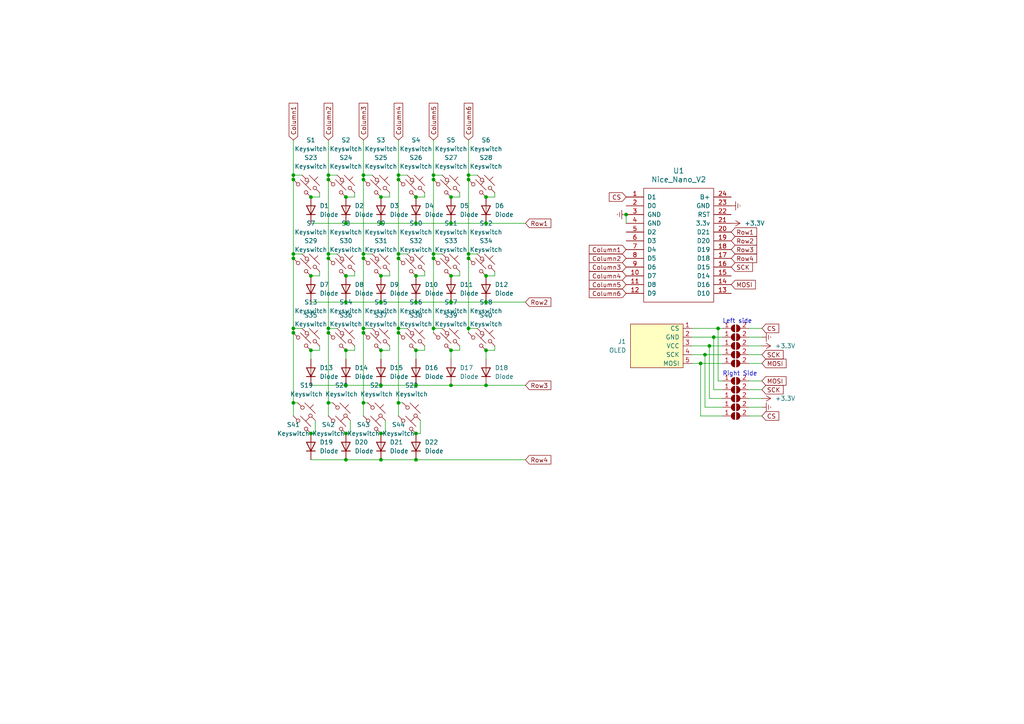
<source format=kicad_sch>
(kicad_sch (version 20230121) (generator eeschema)

  (uuid 8a722b10-7f58-4f2f-927d-3affa1d5ab8e)

  (paper "A4")

  (lib_symbols
    (symbol "Jumper:SolderJumper_2_Open" (pin_names (offset 0) hide) (in_bom yes) (on_board yes)
      (property "Reference" "JP" (at 0 2.032 0)
        (effects (font (size 1.27 1.27)))
      )
      (property "Value" "SolderJumper_2_Open" (at 0 -2.54 0)
        (effects (font (size 1.27 1.27)))
      )
      (property "Footprint" "Jumper:SolderJumper-2_P1.3mm_Open_TrianglePad1.0x1.5mm" (at 0 -5.08 0)
        (effects (font (size 1.27 1.27)) hide)
      )
      (property "Datasheet" "~" (at 0 0 0)
        (effects (font (size 1.27 1.27)) hide)
      )
      (property "ki_keywords" "solder jumper SPST" (at 0 0 0)
        (effects (font (size 1.27 1.27)) hide)
      )
      (property "ki_description" "Solder Jumper, 2-pole, open" (at 0 0 0)
        (effects (font (size 1.27 1.27)) hide)
      )
      (property "ki_fp_filters" "SolderJumper*Open*" (at 0 0 0)
        (effects (font (size 1.27 1.27)) hide)
      )
      (symbol "SolderJumper_2_Open_0_1"
        (arc (start -0.254 1.016) (mid -1.2656 0) (end -0.254 -1.016)
          (stroke (width 0) (type default))
          (fill (type none))
        )
        (arc (start -0.254 1.016) (mid -1.2656 0) (end -0.254 -1.016)
          (stroke (width 0) (type default))
          (fill (type outline))
        )
        (polyline
          (pts
            (xy -0.254 1.016)
            (xy -0.254 -1.016)
          )
          (stroke (width 0) (type default))
          (fill (type none))
        )
        (polyline
          (pts
            (xy 0.254 1.016)
            (xy 0.254 -1.016)
          )
          (stroke (width 0) (type default))
          (fill (type none))
        )
        (arc (start 0.254 -1.016) (mid 1.2656 0) (end 0.254 1.016)
          (stroke (width 0) (type default))
          (fill (type none))
        )
        (arc (start 0.254 -1.016) (mid 1.2656 0) (end 0.254 1.016)
          (stroke (width 0) (type default))
          (fill (type outline))
        )
      )
      (symbol "SolderJumper_2_Open_1_1"
        (pin passive line (at -3.81 0 0) (length 2.54)
          (name "A" (effects (font (size 1.27 1.27))))
          (number "1" (effects (font (size 1.27 1.27))))
        )
        (pin passive line (at 3.81 0 180) (length 2.54)
          (name "B" (effects (font (size 1.27 1.27))))
          (number "2" (effects (font (size 1.27 1.27))))
        )
      )
    )
    (symbol "OLED_128x32_Nice_View_1" (pin_names (offset 1.016)) (in_bom yes) (on_board yes)
      (property "Reference" "J" (at 0 -6.35 0)
        (effects (font (size 1.27 1.27)))
      )
      (property "Value" "OLED_128x32_Nice_View" (at 0 10.16 0)
        (effects (font (size 1.27 1.27)))
      )
      (property "Footprint" "ScottoKeebs_Components:OLED_128x32_Nice_View" (at 0 12.7 0)
        (effects (font (size 1.27 1.27)) hide)
      )
      (property "Datasheet" "" (at 0 1.27 0)
        (effects (font (size 1.27 1.27)) hide)
      )
      (symbol "OLED_128x32_Nice_View_1_0_1"
        (rectangle (start 0 7.62) (end 15.24 -5.08)
          (stroke (width 0) (type default))
          (fill (type background))
        )
      )
      (symbol "OLED_128x32_Nice_View_1_1_1"
        (pin input line (at -2.54 -3.81 0) (length 2.54)
          (name "CS" (effects (font (size 1.27 1.27))))
          (number "1" (effects (font (size 1.27 1.27))))
        )
        (pin power_in line (at -2.54 -1.27 0) (length 2.54)
          (name "GND" (effects (font (size 1.27 1.27))))
          (number "2" (effects (font (size 1.27 1.27))))
        )
        (pin power_in line (at -2.54 1.27 0) (length 2.54)
          (name "VCC" (effects (font (size 1.27 1.27))))
          (number "3" (effects (font (size 1.27 1.27))))
        )
        (pin input line (at -2.54 3.81 0) (length 2.54)
          (name "SCK" (effects (font (size 1.27 1.27))))
          (number "4" (effects (font (size 1.27 1.27))))
        )
        (pin input line (at -2.54 6.35 0) (length 2.54)
          (name "MOSI" (effects (font (size 1.27 1.27))))
          (number "5" (effects (font (size 1.27 1.27))))
        )
      )
    )
    (symbol "ScottoKeebs:MCU_Nice_Nano_V2" (pin_names (offset 1.016)) (in_bom yes) (on_board yes)
      (property "Reference" "U" (at 0 0 0)
        (effects (font (size 1.524 1.524)))
      )
      (property "Value" "Nice_Nano_V2" (at 0 -19.05 0)
        (effects (font (size 1.524 1.524)))
      )
      (property "Footprint" "ScottoKeebs_MCU:Nice_Nano_V2" (at 0 -22.86 0)
        (effects (font (size 1.524 1.524)) hide)
      )
      (property "Datasheet" "" (at 26.67 -63.5 90)
        (effects (font (size 1.524 1.524)) hide)
      )
      (symbol "MCU_Nice_Nano_V2_0_1"
        (rectangle (start -10.16 16.51) (end 10.16 -16.51)
          (stroke (width 0) (type solid))
          (fill (type none))
        )
      )
      (symbol "MCU_Nice_Nano_V2_1_1"
        (pin input line (at -15.24 13.97 0) (length 5.08)
          (name "D1" (effects (font (size 1.27 1.27))))
          (number "1" (effects (font (size 1.27 1.27))))
        )
        (pin input line (at -15.24 -8.89 0) (length 5.08)
          (name "D7" (effects (font (size 1.27 1.27))))
          (number "10" (effects (font (size 1.27 1.27))))
        )
        (pin input line (at -15.24 -11.43 0) (length 5.08)
          (name "D8" (effects (font (size 1.27 1.27))))
          (number "11" (effects (font (size 1.27 1.27))))
        )
        (pin input line (at -15.24 -13.97 0) (length 5.08)
          (name "D9" (effects (font (size 1.27 1.27))))
          (number "12" (effects (font (size 1.27 1.27))))
        )
        (pin input line (at 15.24 -13.97 180) (length 5.08)
          (name "D10" (effects (font (size 1.27 1.27))))
          (number "13" (effects (font (size 1.27 1.27))))
        )
        (pin input line (at 15.24 -11.43 180) (length 5.08)
          (name "D16" (effects (font (size 1.27 1.27))))
          (number "14" (effects (font (size 1.27 1.27))))
        )
        (pin input line (at 15.24 -8.89 180) (length 5.08)
          (name "D14" (effects (font (size 1.27 1.27))))
          (number "15" (effects (font (size 1.27 1.27))))
        )
        (pin input line (at 15.24 -6.35 180) (length 5.08)
          (name "D15" (effects (font (size 1.27 1.27))))
          (number "16" (effects (font (size 1.27 1.27))))
        )
        (pin input line (at 15.24 -3.81 180) (length 5.08)
          (name "D18" (effects (font (size 1.27 1.27))))
          (number "17" (effects (font (size 1.27 1.27))))
        )
        (pin input line (at 15.24 -1.27 180) (length 5.08)
          (name "D19" (effects (font (size 1.27 1.27))))
          (number "18" (effects (font (size 1.27 1.27))))
        )
        (pin input line (at 15.24 1.27 180) (length 5.08)
          (name "D20" (effects (font (size 1.27 1.27))))
          (number "19" (effects (font (size 1.27 1.27))))
        )
        (pin input line (at -15.24 11.43 0) (length 5.08)
          (name "D0" (effects (font (size 1.27 1.27))))
          (number "2" (effects (font (size 1.27 1.27))))
        )
        (pin input line (at 15.24 3.81 180) (length 5.08)
          (name "D21" (effects (font (size 1.27 1.27))))
          (number "20" (effects (font (size 1.27 1.27))))
        )
        (pin input line (at 15.24 6.35 180) (length 5.08)
          (name "3.3v" (effects (font (size 1.27 1.27))))
          (number "21" (effects (font (size 1.27 1.27))))
        )
        (pin input line (at 15.24 8.89 180) (length 5.08)
          (name "RST" (effects (font (size 1.27 1.27))))
          (number "22" (effects (font (size 1.27 1.27))))
        )
        (pin input line (at 15.24 11.43 180) (length 5.08)
          (name "GND" (effects (font (size 1.27 1.27))))
          (number "23" (effects (font (size 1.27 1.27))))
        )
        (pin input line (at 15.24 13.97 180) (length 5.08)
          (name "B+" (effects (font (size 1.27 1.27))))
          (number "24" (effects (font (size 1.27 1.27))))
        )
        (pin input line (at -15.24 8.89 0) (length 5.08)
          (name "GND" (effects (font (size 1.27 1.27))))
          (number "3" (effects (font (size 1.27 1.27))))
        )
        (pin input line (at -15.24 6.35 0) (length 5.08)
          (name "GND" (effects (font (size 1.27 1.27))))
          (number "4" (effects (font (size 1.27 1.27))))
        )
        (pin input line (at -15.24 3.81 0) (length 5.08)
          (name "D2" (effects (font (size 1.27 1.27))))
          (number "5" (effects (font (size 1.27 1.27))))
        )
        (pin input line (at -15.24 1.27 0) (length 5.08)
          (name "D3" (effects (font (size 1.27 1.27))))
          (number "6" (effects (font (size 1.27 1.27))))
        )
        (pin input line (at -15.24 -1.27 0) (length 5.08)
          (name "D4" (effects (font (size 1.27 1.27))))
          (number "7" (effects (font (size 1.27 1.27))))
        )
        (pin input line (at -15.24 -3.81 0) (length 5.08)
          (name "D5" (effects (font (size 1.27 1.27))))
          (number "8" (effects (font (size 1.27 1.27))))
        )
        (pin input line (at -15.24 -6.35 0) (length 5.08)
          (name "D6" (effects (font (size 1.27 1.27))))
          (number "9" (effects (font (size 1.27 1.27))))
        )
      )
    )
    (symbol "ScottoKeebs:Placeholder_Diode" (pin_numbers hide) (pin_names hide) (in_bom yes) (on_board yes)
      (property "Reference" "D" (at 0 2.54 0)
        (effects (font (size 1.27 1.27)))
      )
      (property "Value" "Diode" (at 0 -2.54 0)
        (effects (font (size 1.27 1.27)))
      )
      (property "Footprint" "" (at 0 0 0)
        (effects (font (size 1.27 1.27)) hide)
      )
      (property "Datasheet" "" (at 0 0 0)
        (effects (font (size 1.27 1.27)) hide)
      )
      (property "Sim.Device" "D" (at 0 0 0)
        (effects (font (size 1.27 1.27)) hide)
      )
      (property "Sim.Pins" "1=K 2=A" (at 0 0 0)
        (effects (font (size 1.27 1.27)) hide)
      )
      (property "ki_keywords" "diode" (at 0 0 0)
        (effects (font (size 1.27 1.27)) hide)
      )
      (property "ki_description" "1N4148 (DO-35) or 1N4148W (SOD-123)" (at 0 0 0)
        (effects (font (size 1.27 1.27)) hide)
      )
      (property "ki_fp_filters" "D*DO?35*" (at 0 0 0)
        (effects (font (size 1.27 1.27)) hide)
      )
      (symbol "Placeholder_Diode_0_1"
        (polyline
          (pts
            (xy -1.27 1.27)
            (xy -1.27 -1.27)
          )
          (stroke (width 0.254) (type default))
          (fill (type none))
        )
        (polyline
          (pts
            (xy 1.27 0)
            (xy -1.27 0)
          )
          (stroke (width 0) (type default))
          (fill (type none))
        )
        (polyline
          (pts
            (xy 1.27 1.27)
            (xy 1.27 -1.27)
            (xy -1.27 0)
            (xy 1.27 1.27)
          )
          (stroke (width 0.254) (type default))
          (fill (type none))
        )
      )
      (symbol "Placeholder_Diode_1_1"
        (pin passive line (at -3.81 0 0) (length 2.54)
          (name "K" (effects (font (size 1.27 1.27))))
          (number "1" (effects (font (size 1.27 1.27))))
        )
        (pin passive line (at 3.81 0 180) (length 2.54)
          (name "A" (effects (font (size 1.27 1.27))))
          (number "2" (effects (font (size 1.27 1.27))))
        )
      )
    )
    (symbol "ScottoKeebs:Placeholder_Keyswitch" (pin_numbers hide) (pin_names (offset 1.016) hide) (in_bom yes) (on_board yes)
      (property "Reference" "S" (at 3.048 1.016 0)
        (effects (font (size 1.27 1.27)) (justify left))
      )
      (property "Value" "Keyswitch" (at 0 -3.81 0)
        (effects (font (size 1.27 1.27)))
      )
      (property "Footprint" "" (at 0 0 0)
        (effects (font (size 1.27 1.27)) hide)
      )
      (property "Datasheet" "~" (at 0 0 0)
        (effects (font (size 1.27 1.27)) hide)
      )
      (property "ki_keywords" "switch normally-open pushbutton push-button" (at 0 0 0)
        (effects (font (size 1.27 1.27)) hide)
      )
      (property "ki_description" "Push button switch, normally open, two pins, 45° tilted" (at 0 0 0)
        (effects (font (size 1.27 1.27)) hide)
      )
      (symbol "Placeholder_Keyswitch_0_1"
        (circle (center -1.1684 1.1684) (radius 0.508)
          (stroke (width 0) (type default))
          (fill (type none))
        )
        (polyline
          (pts
            (xy -0.508 2.54)
            (xy 2.54 -0.508)
          )
          (stroke (width 0) (type default))
          (fill (type none))
        )
        (polyline
          (pts
            (xy 1.016 1.016)
            (xy 2.032 2.032)
          )
          (stroke (width 0) (type default))
          (fill (type none))
        )
        (polyline
          (pts
            (xy -2.54 2.54)
            (xy -1.524 1.524)
            (xy -1.524 1.524)
          )
          (stroke (width 0) (type default))
          (fill (type none))
        )
        (polyline
          (pts
            (xy 1.524 -1.524)
            (xy 2.54 -2.54)
            (xy 2.54 -2.54)
            (xy 2.54 -2.54)
          )
          (stroke (width 0) (type default))
          (fill (type none))
        )
        (circle (center 1.143 -1.1938) (radius 0.508)
          (stroke (width 0) (type default))
          (fill (type none))
        )
        (pin passive line (at -2.54 2.54 0) (length 0)
          (name "1" (effects (font (size 1.27 1.27))))
          (number "1" (effects (font (size 1.27 1.27))))
        )
        (pin passive line (at 2.54 -2.54 180) (length 0)
          (name "2" (effects (font (size 1.27 1.27))))
          (number "2" (effects (font (size 1.27 1.27))))
        )
      )
    )
    (symbol "power:+3.3V" (power) (pin_names (offset 0)) (in_bom yes) (on_board yes)
      (property "Reference" "#PWR" (at 0 -3.81 0)
        (effects (font (size 1.27 1.27)) hide)
      )
      (property "Value" "+3.3V" (at 0 3.556 0)
        (effects (font (size 1.27 1.27)))
      )
      (property "Footprint" "" (at 0 0 0)
        (effects (font (size 1.27 1.27)) hide)
      )
      (property "Datasheet" "" (at 0 0 0)
        (effects (font (size 1.27 1.27)) hide)
      )
      (property "ki_keywords" "global power" (at 0 0 0)
        (effects (font (size 1.27 1.27)) hide)
      )
      (property "ki_description" "Power symbol creates a global label with name \"+3.3V\"" (at 0 0 0)
        (effects (font (size 1.27 1.27)) hide)
      )
      (symbol "+3.3V_0_1"
        (polyline
          (pts
            (xy -0.762 1.27)
            (xy 0 2.54)
          )
          (stroke (width 0) (type default))
          (fill (type none))
        )
        (polyline
          (pts
            (xy 0 0)
            (xy 0 2.54)
          )
          (stroke (width 0) (type default))
          (fill (type none))
        )
        (polyline
          (pts
            (xy 0 2.54)
            (xy 0.762 1.27)
          )
          (stroke (width 0) (type default))
          (fill (type none))
        )
      )
      (symbol "+3.3V_1_1"
        (pin power_in line (at 0 0 90) (length 0) hide
          (name "+3.3V" (effects (font (size 1.27 1.27))))
          (number "1" (effects (font (size 1.27 1.27))))
        )
      )
    )
    (symbol "power:Earth" (power) (pin_names (offset 0)) (in_bom yes) (on_board yes)
      (property "Reference" "#PWR" (at 0 -6.35 0)
        (effects (font (size 1.27 1.27)) hide)
      )
      (property "Value" "Earth" (at 0 -3.81 0)
        (effects (font (size 1.27 1.27)) hide)
      )
      (property "Footprint" "" (at 0 0 0)
        (effects (font (size 1.27 1.27)) hide)
      )
      (property "Datasheet" "~" (at 0 0 0)
        (effects (font (size 1.27 1.27)) hide)
      )
      (property "ki_keywords" "global ground gnd" (at 0 0 0)
        (effects (font (size 1.27 1.27)) hide)
      )
      (property "ki_description" "Power symbol creates a global label with name \"Earth\"" (at 0 0 0)
        (effects (font (size 1.27 1.27)) hide)
      )
      (symbol "Earth_0_1"
        (polyline
          (pts
            (xy -0.635 -1.905)
            (xy 0.635 -1.905)
          )
          (stroke (width 0) (type default))
          (fill (type none))
        )
        (polyline
          (pts
            (xy -0.127 -2.54)
            (xy 0.127 -2.54)
          )
          (stroke (width 0) (type default))
          (fill (type none))
        )
        (polyline
          (pts
            (xy 0 -1.27)
            (xy 0 0)
          )
          (stroke (width 0) (type default))
          (fill (type none))
        )
        (polyline
          (pts
            (xy 1.27 -1.27)
            (xy -1.27 -1.27)
          )
          (stroke (width 0) (type default))
          (fill (type none))
        )
      )
      (symbol "Earth_1_1"
        (pin power_in line (at 0 0 270) (length 0) hide
          (name "Earth" (effects (font (size 1.27 1.27))))
          (number "1" (effects (font (size 1.27 1.27))))
        )
      )
    )
  )

  (junction (at 135.89 52.07) (diameter 0) (color 0 0 0 0)
    (uuid 0abc6004-efbc-4790-9a83-95956d400bb6)
  )
  (junction (at 110.49 101.6) (diameter 0) (color 0 0 0 0)
    (uuid 0b1571b4-e818-47b8-b8c2-f8c18a82381d)
  )
  (junction (at 110.49 57.15) (diameter 0) (color 0 0 0 0)
    (uuid 0c00029d-b7e6-43d4-9fa2-bcda8742107d)
  )
  (junction (at 120.65 101.6) (diameter 0) (color 0 0 0 0)
    (uuid 0ed14799-3458-4b3c-946a-59351ad120f6)
  )
  (junction (at 85.09 96.52) (diameter 0) (color 0 0 0 0)
    (uuid 11edab1a-ca59-4891-8a20-14f57dab3a2f)
  )
  (junction (at 85.09 50.8) (diameter 0) (color 0 0 0 0)
    (uuid 12dc8739-c8e2-4ca9-a4fb-8d3b5091fa35)
  )
  (junction (at 207.01 97.79) (diameter 0) (color 0 0 0 0)
    (uuid 13d742fd-6bb6-4088-a8bf-87e1e721ae3d)
  )
  (junction (at 105.41 95.25) (diameter 0) (color 0 0 0 0)
    (uuid 19792e7c-5653-488f-bc93-8765d128775e)
  )
  (junction (at 85.09 116.84) (diameter 0) (color 0 0 0 0)
    (uuid 1bb80c09-5076-4a4e-b7af-25632ad00504)
  )
  (junction (at 120.65 80.01) (diameter 0) (color 0 0 0 0)
    (uuid 1d7f34d3-61f0-4e3f-9537-1d2b9f80659f)
  )
  (junction (at 208.28 95.25) (diameter 0) (color 0 0 0 0)
    (uuid 24416417-0aca-4f39-811d-ecfbe27e0c00)
  )
  (junction (at 100.33 101.6) (diameter 0) (color 0 0 0 0)
    (uuid 256e3706-bbda-459f-bf5c-8222c9096b2d)
  )
  (junction (at 115.57 73.66) (diameter 0) (color 0 0 0 0)
    (uuid 2614bd94-1052-4932-9383-302e97eef58a)
  )
  (junction (at 125.73 95.25) (diameter 0) (color 0 0 0 0)
    (uuid 2a90a8c8-02d3-4477-be32-5848d33bbca3)
  )
  (junction (at 130.81 80.01) (diameter 0) (color 0 0 0 0)
    (uuid 34df5228-49b0-4bac-914a-6fd4413795dd)
  )
  (junction (at 85.09 74.93) (diameter 0) (color 0 0 0 0)
    (uuid 3e598bca-a569-4440-ba6e-09541f097bee)
  )
  (junction (at 110.49 133.35) (diameter 0) (color 0 0 0 0)
    (uuid 3ea1a6cf-b53d-4165-bf9e-412a54dc3dc6)
  )
  (junction (at 95.25 50.8) (diameter 0) (color 0 0 0 0)
    (uuid 44950f9d-c9d6-4ba7-9725-a0fecac8ab49)
  )
  (junction (at 105.41 52.07) (diameter 0) (color 0 0 0 0)
    (uuid 4a2caea8-4d8d-4b15-9b68-83051ef45029)
  )
  (junction (at 95.25 116.84) (diameter 0) (color 0 0 0 0)
    (uuid 5403e4fe-2687-43eb-b6ca-d472489f9aa2)
  )
  (junction (at 90.17 57.15) (diameter 0) (color 0 0 0 0)
    (uuid 56820198-e006-4e98-b725-939259dfba3e)
  )
  (junction (at 90.17 125.73) (diameter 0) (color 0 0 0 0)
    (uuid 56e3476f-7913-4cb2-955c-dd3bf5be3bd7)
  )
  (junction (at 85.09 52.07) (diameter 0) (color 0 0 0 0)
    (uuid 571d6449-7eb6-45b3-b854-72e10a52bd45)
  )
  (junction (at 135.89 95.25) (diameter 0) (color 0 0 0 0)
    (uuid 5bba3e42-482a-402f-a57e-17aa244ac971)
  )
  (junction (at 130.81 101.6) (diameter 0) (color 0 0 0 0)
    (uuid 659fb10b-80fb-4f21-9c0f-118a6f998cdb)
  )
  (junction (at 110.49 87.63) (diameter 0) (color 0 0 0 0)
    (uuid 66dd156e-736f-4aed-b86b-dd43f8768fd9)
  )
  (junction (at 115.57 50.8) (diameter 0) (color 0 0 0 0)
    (uuid 6725febd-af4e-4bf1-b231-4b6ae4d6cf07)
  )
  (junction (at 95.25 96.52) (diameter 0) (color 0 0 0 0)
    (uuid 67da08e8-6b93-40bb-b258-755e5559789a)
  )
  (junction (at 100.33 111.76) (diameter 0) (color 0 0 0 0)
    (uuid 6848e6bb-039a-4a04-a52a-624a9760a718)
  )
  (junction (at 100.33 133.35) (diameter 0) (color 0 0 0 0)
    (uuid 6878565b-b4e1-4a7c-92ca-8c056a073a19)
  )
  (junction (at 100.33 64.77) (diameter 0) (color 0 0 0 0)
    (uuid 68920219-62c3-41e0-a1d7-fb08c521bad6)
  )
  (junction (at 95.25 74.93) (diameter 0) (color 0 0 0 0)
    (uuid 6ba91161-adb7-4f12-b985-c2b7a9499342)
  )
  (junction (at 120.65 57.15) (diameter 0) (color 0 0 0 0)
    (uuid 7266b924-30bf-4b1d-bcf9-5945439518af)
  )
  (junction (at 95.25 73.66) (diameter 0) (color 0 0 0 0)
    (uuid 74ceffba-c235-49ba-867c-e00f837a372b)
  )
  (junction (at 120.65 133.35) (diameter 0) (color 0 0 0 0)
    (uuid 7ad5012a-48ee-4c93-813b-00138b0c500a)
  )
  (junction (at 100.33 80.01) (diameter 0) (color 0 0 0 0)
    (uuid 7cf212a5-c799-4756-b99e-64ff21d23ff7)
  )
  (junction (at 100.33 125.73) (diameter 0) (color 0 0 0 0)
    (uuid 7e54bf9b-6424-435f-b6cc-6055d370ad1a)
  )
  (junction (at 120.65 87.63) (diameter 0) (color 0 0 0 0)
    (uuid 7ef18a61-dac9-4a38-bfe6-8bd25224b820)
  )
  (junction (at 130.81 64.77) (diameter 0) (color 0 0 0 0)
    (uuid 7fd13953-d2b2-4489-8448-4909bb9c78ec)
  )
  (junction (at 95.25 52.07) (diameter 0) (color 0 0 0 0)
    (uuid 8693f83c-5f14-4294-a57a-cbf62515c768)
  )
  (junction (at 115.57 116.84) (diameter 0) (color 0 0 0 0)
    (uuid 86e273c1-6b80-41f5-80a3-6172d6a0b03c)
  )
  (junction (at 140.97 111.76) (diameter 0) (color 0 0 0 0)
    (uuid 87366543-a683-44cd-9cc6-b9d2e0995bc5)
  )
  (junction (at 135.89 74.93) (diameter 0) (color 0 0 0 0)
    (uuid 8748140d-3242-476a-8e9c-b40a975134c1)
  )
  (junction (at 115.57 95.25) (diameter 0) (color 0 0 0 0)
    (uuid 8962b590-1e24-4ca5-a21d-a610da9dc859)
  )
  (junction (at 204.47 102.87) (diameter 0) (color 0 0 0 0)
    (uuid 8a1a8a64-4bce-4d41-8dad-e4369c4439a3)
  )
  (junction (at 205.74 100.33) (diameter 0) (color 0 0 0 0)
    (uuid 904b2b3f-89d1-4f40-b52c-d79fec87bb91)
  )
  (junction (at 115.57 96.52) (diameter 0) (color 0 0 0 0)
    (uuid 962410de-7609-4457-ad7d-e3ba6c790d4d)
  )
  (junction (at 120.65 111.76) (diameter 0) (color 0 0 0 0)
    (uuid 9676a4de-1320-4a38-9972-3ae91b7eb2ee)
  )
  (junction (at 130.81 57.15) (diameter 0) (color 0 0 0 0)
    (uuid 98756590-5513-4b85-87ba-f50976f61f95)
  )
  (junction (at 120.65 125.73) (diameter 0) (color 0 0 0 0)
    (uuid 990be5d3-2e1c-412f-b55e-130fe65b02eb)
  )
  (junction (at 130.81 111.76) (diameter 0) (color 0 0 0 0)
    (uuid 9bfe961c-906a-4734-b39a-da91d231ed05)
  )
  (junction (at 140.97 87.63) (diameter 0) (color 0 0 0 0)
    (uuid a32f3c80-2c78-4773-8eb7-e7265bd98b72)
  )
  (junction (at 110.49 80.01) (diameter 0) (color 0 0 0 0)
    (uuid a5809ad9-7b4c-4a50-9ac1-f93a8d85d72c)
  )
  (junction (at 100.33 87.63) (diameter 0) (color 0 0 0 0)
    (uuid a93324c3-4a1e-4093-b40a-3c7bf5bec036)
  )
  (junction (at 135.89 50.8) (diameter 0) (color 0 0 0 0)
    (uuid aaf65c44-3dbe-4f7d-b58d-f8bf0dcdf6c0)
  )
  (junction (at 125.73 52.07) (diameter 0) (color 0 0 0 0)
    (uuid af47e6f9-e924-4dfc-874e-ab123febbd3e)
  )
  (junction (at 90.17 101.6) (diameter 0) (color 0 0 0 0)
    (uuid b548e161-8599-4d45-b78a-835a7d609cc1)
  )
  (junction (at 135.89 73.66) (diameter 0) (color 0 0 0 0)
    (uuid b5e30ace-cda8-4751-827e-2520666d35f7)
  )
  (junction (at 85.09 73.66) (diameter 0) (color 0 0 0 0)
    (uuid b6b2fc92-ad17-4788-bca4-aa66c62a2fcb)
  )
  (junction (at 105.41 74.93) (diameter 0) (color 0 0 0 0)
    (uuid b83e5c79-8c4a-4845-a12a-7cf568fb163b)
  )
  (junction (at 140.97 101.6) (diameter 0) (color 0 0 0 0)
    (uuid b94976a4-4a0a-45c8-a2e2-15bbed27d970)
  )
  (junction (at 105.41 116.84) (diameter 0) (color 0 0 0 0)
    (uuid bfae2c09-675a-4617-aab2-428355421893)
  )
  (junction (at 95.25 95.25) (diameter 0) (color 0 0 0 0)
    (uuid c18a9b68-6eff-4b35-98a9-6e68114c7d1f)
  )
  (junction (at 125.73 74.93) (diameter 0) (color 0 0 0 0)
    (uuid c2e850c8-4195-44b6-a0f3-71d40089d673)
  )
  (junction (at 110.49 111.76) (diameter 0) (color 0 0 0 0)
    (uuid c4ca8bed-b06d-49b8-bdf8-ef88a5fd7de4)
  )
  (junction (at 85.09 95.25) (diameter 0) (color 0 0 0 0)
    (uuid c53aef98-0094-45b0-9c86-f784d0f7dc0d)
  )
  (junction (at 100.33 57.15) (diameter 0) (color 0 0 0 0)
    (uuid c698882d-21d5-4cdc-b29b-8289a7fd0dd6)
  )
  (junction (at 130.81 87.63) (diameter 0) (color 0 0 0 0)
    (uuid c915066c-6d85-4ec2-835d-ba52757b2631)
  )
  (junction (at 140.97 64.77) (diameter 0) (color 0 0 0 0)
    (uuid c9eceffc-ccbc-4180-9279-baf8d49666e8)
  )
  (junction (at 125.73 50.8) (diameter 0) (color 0 0 0 0)
    (uuid d0c30f7d-586b-4877-956a-f761e4b3f725)
  )
  (junction (at 90.17 80.01) (diameter 0) (color 0 0 0 0)
    (uuid d628e24b-3026-4e48-906e-ab9816661035)
  )
  (junction (at 105.41 50.8) (diameter 0) (color 0 0 0 0)
    (uuid d708d3b1-9187-49b2-9ed2-c1a4891e5adc)
  )
  (junction (at 105.41 73.66) (diameter 0) (color 0 0 0 0)
    (uuid d7813736-f202-49a1-9718-45087bde61ae)
  )
  (junction (at 181.61 62.23) (diameter 0) (color 0 0 0 0)
    (uuid d9c08d20-93ac-4ebf-be3b-bccad1744ce5)
  )
  (junction (at 140.97 80.01) (diameter 0) (color 0 0 0 0)
    (uuid de3a8c89-87aa-4544-851e-b1ac1b2e8ed5)
  )
  (junction (at 110.49 64.77) (diameter 0) (color 0 0 0 0)
    (uuid e6d1cbc7-21b0-4214-94ed-690d74b0761c)
  )
  (junction (at 120.65 64.77) (diameter 0) (color 0 0 0 0)
    (uuid e818b602-9ac6-4791-8b91-a380f8ca8367)
  )
  (junction (at 115.57 52.07) (diameter 0) (color 0 0 0 0)
    (uuid e9c5d930-0e37-43ca-8d49-5e1b30c078ff)
  )
  (junction (at 105.41 96.52) (diameter 0) (color 0 0 0 0)
    (uuid eff545c9-80d7-489d-98b5-a1906b40754c)
  )
  (junction (at 125.73 73.66) (diameter 0) (color 0 0 0 0)
    (uuid f44d08ed-3d53-4f3e-80da-be57b01300a6)
  )
  (junction (at 110.49 125.73) (diameter 0) (color 0 0 0 0)
    (uuid fcd87589-52c5-450a-8928-1d8439bd5857)
  )
  (junction (at 203.2 105.41) (diameter 0) (color 0 0 0 0)
    (uuid fd14d2f8-b5d6-45ba-bd4e-776efe0fba95)
  )
  (junction (at 115.57 74.93) (diameter 0) (color 0 0 0 0)
    (uuid fda104b8-26df-48e3-9d45-89f0915355cc)
  )
  (junction (at 140.97 57.15) (diameter 0) (color 0 0 0 0)
    (uuid fea3107b-9e4e-4e4c-8739-b3d1fef7ab92)
  )

  (wire (pts (xy 95.25 116.84) (xy 95.25 120.65))
    (stroke (width 0) (type default))
    (uuid 001cf4b5-db1e-4781-a9f4-8e6513294f24)
  )
  (wire (pts (xy 102.87 57.15) (xy 102.87 55.88))
    (stroke (width 0) (type default))
    (uuid 00dbd430-5715-425d-9eb0-c92f23c223bf)
  )
  (wire (pts (xy 95.25 50.8) (xy 95.25 52.07))
    (stroke (width 0) (type default))
    (uuid 024f4de3-34a7-4ba8-8343-3cdab3ba9c58)
  )
  (wire (pts (xy 205.74 100.33) (xy 209.55 100.33))
    (stroke (width 0) (type default))
    (uuid 035af3a2-744a-40e8-b425-0a7991ac7835)
  )
  (wire (pts (xy 140.97 101.6) (xy 143.51 101.6))
    (stroke (width 0) (type default))
    (uuid 03e1b79d-325a-4a67-9f3a-6249acaac27c)
  )
  (wire (pts (xy 92.71 80.01) (xy 92.71 78.74))
    (stroke (width 0) (type default))
    (uuid 040a87a3-2667-45af-9d70-5ab38004f512)
  )
  (wire (pts (xy 115.57 116.84) (xy 115.57 120.65))
    (stroke (width 0) (type default))
    (uuid 04177690-7f2b-4ca6-b121-2f5f5e94f14f)
  )
  (wire (pts (xy 85.09 116.84) (xy 86.36 116.84))
    (stroke (width 0) (type default))
    (uuid 074fc2f6-d39d-494f-b5e5-452b880c824a)
  )
  (wire (pts (xy 95.25 74.93) (xy 95.25 95.25))
    (stroke (width 0) (type default))
    (uuid 078785c3-5d30-47bb-bdcf-38d046c8223b)
  )
  (wire (pts (xy 181.61 62.23) (xy 181.61 64.77))
    (stroke (width 0) (type default))
    (uuid 08935f3a-dc3f-45c4-b5b4-6a17bb8596e0)
  )
  (wire (pts (xy 115.57 52.07) (xy 115.57 73.66))
    (stroke (width 0) (type default))
    (uuid 09cfcdb1-2144-4e71-ab62-3bb95904f5e9)
  )
  (wire (pts (xy 203.2 120.65) (xy 209.55 120.65))
    (stroke (width 0) (type default))
    (uuid 0ad2e0ef-f348-4f88-8053-adc7bd467bc9)
  )
  (wire (pts (xy 90.17 101.6) (xy 90.17 104.14))
    (stroke (width 0) (type default))
    (uuid 0b046ecd-5995-49fa-ba6e-007b3f2b4258)
  )
  (wire (pts (xy 113.03 57.15) (xy 110.49 57.15))
    (stroke (width 0) (type default))
    (uuid 0b11c050-ac7c-4a6f-8e61-cdffdb4f17de)
  )
  (wire (pts (xy 123.19 57.15) (xy 123.19 55.88))
    (stroke (width 0) (type default))
    (uuid 0f32722c-f5c8-4999-a8dd-6f91ae2277cc)
  )
  (wire (pts (xy 85.09 40.64) (xy 85.09 50.8))
    (stroke (width 0) (type default))
    (uuid 10c7cf44-601b-4cc6-9d3b-3614f5d170fc)
  )
  (wire (pts (xy 110.49 133.35) (xy 120.65 133.35))
    (stroke (width 0) (type default))
    (uuid 10ee008c-b9d9-4fda-af87-87b312fe79c6)
  )
  (wire (pts (xy 113.03 80.01) (xy 113.03 78.74))
    (stroke (width 0) (type default))
    (uuid 12fe2370-284e-4f1d-823f-343bd6da8ddf)
  )
  (wire (pts (xy 100.33 101.6) (xy 100.33 104.14))
    (stroke (width 0) (type default))
    (uuid 16ccbee3-b7ca-476e-992b-163992f7ecb0)
  )
  (wire (pts (xy 102.87 101.6) (xy 102.87 100.33))
    (stroke (width 0) (type default))
    (uuid 172d3cd4-9978-46a4-a539-2bcaa037ab7e)
  )
  (wire (pts (xy 113.03 57.15) (xy 113.03 55.88))
    (stroke (width 0) (type default))
    (uuid 1dfb99ec-9677-405c-9596-33f5d06fd74f)
  )
  (wire (pts (xy 130.81 64.77) (xy 140.97 64.77))
    (stroke (width 0) (type default))
    (uuid 1e5c8ecb-dd07-44ff-8cbf-c743997a912b)
  )
  (wire (pts (xy 207.01 97.79) (xy 207.01 113.03))
    (stroke (width 0) (type default))
    (uuid 1e97c655-d0fd-4001-9c01-945848f55459)
  )
  (wire (pts (xy 107.95 73.66) (xy 105.41 73.66))
    (stroke (width 0) (type default))
    (uuid 22dff79c-00ce-461f-9ad0-8c41839afb18)
  )
  (wire (pts (xy 125.73 50.8) (xy 125.73 52.07))
    (stroke (width 0) (type default))
    (uuid 23e2a433-b852-45a0-8617-37ecf686dd6e)
  )
  (wire (pts (xy 217.17 100.33) (xy 220.98 100.33))
    (stroke (width 0) (type default))
    (uuid 24838989-e78a-470d-a4fd-51d93dcc8445)
  )
  (wire (pts (xy 200.66 102.87) (xy 204.47 102.87))
    (stroke (width 0) (type default))
    (uuid 26dfa8ee-c20d-469d-97e6-bf974e314417)
  )
  (wire (pts (xy 107.95 95.25) (xy 105.41 95.25))
    (stroke (width 0) (type default))
    (uuid 28feb45b-953c-4e95-8c99-aadf4434e8fa)
  )
  (wire (pts (xy 113.03 80.01) (xy 110.49 80.01))
    (stroke (width 0) (type default))
    (uuid 2a9f473c-5d75-45dd-95d1-76b8f7890d30)
  )
  (wire (pts (xy 115.57 73.66) (xy 115.57 74.93))
    (stroke (width 0) (type default))
    (uuid 2b52f1f3-f061-4175-bb29-f502e1905c8c)
  )
  (wire (pts (xy 100.33 133.35) (xy 110.49 133.35))
    (stroke (width 0) (type default))
    (uuid 2c7d1d51-4d09-4926-8d49-246b6e1f2ae6)
  )
  (wire (pts (xy 95.25 116.84) (xy 95.25 96.52))
    (stroke (width 0) (type default))
    (uuid 2e0e3210-0903-44d4-a48e-00ac11143198)
  )
  (wire (pts (xy 133.35 80.01) (xy 133.35 78.74))
    (stroke (width 0) (type default))
    (uuid 2faa352c-627c-4656-be54-d047abe8adc2)
  )
  (wire (pts (xy 105.41 73.66) (xy 105.41 74.93))
    (stroke (width 0) (type default))
    (uuid 2fc1e2ac-9da8-4c5b-9436-544d0e9117a6)
  )
  (wire (pts (xy 200.66 97.79) (xy 207.01 97.79))
    (stroke (width 0) (type default))
    (uuid 34082218-945c-4414-a5bf-6c6d687f7dac)
  )
  (wire (pts (xy 102.87 57.15) (xy 100.33 57.15))
    (stroke (width 0) (type default))
    (uuid 34223c68-a69c-4c18-9219-0fd9c02491f7)
  )
  (wire (pts (xy 135.89 52.07) (xy 135.89 73.66))
    (stroke (width 0) (type default))
    (uuid 347767f7-b536-40e6-8499-fb64bd67ff83)
  )
  (wire (pts (xy 125.73 96.52) (xy 125.73 95.25))
    (stroke (width 0) (type default))
    (uuid 351ecd96-1186-4e70-8ba9-61b9784cba64)
  )
  (wire (pts (xy 128.27 73.66) (xy 125.73 73.66))
    (stroke (width 0) (type default))
    (uuid 3733e8d0-6bfd-4cee-9a2f-a1b13c7d8d51)
  )
  (wire (pts (xy 135.89 95.25) (xy 138.43 95.25))
    (stroke (width 0) (type default))
    (uuid 3735daa1-3f76-4e9a-a903-9ff94d89af56)
  )
  (wire (pts (xy 207.01 97.79) (xy 209.55 97.79))
    (stroke (width 0) (type default))
    (uuid 38cbb487-24c5-404c-bdb8-0e5790c02dce)
  )
  (wire (pts (xy 133.35 57.15) (xy 133.35 55.88))
    (stroke (width 0) (type default))
    (uuid 39b2bb71-3adf-4c7c-9616-23dc48a97def)
  )
  (wire (pts (xy 217.17 120.65) (xy 220.98 120.65))
    (stroke (width 0) (type default))
    (uuid 3acf38e4-a309-4c2b-a924-4cd532dd188f)
  )
  (wire (pts (xy 217.17 118.11) (xy 220.98 118.11))
    (stroke (width 0) (type default))
    (uuid 3c0ca963-7887-4fd6-85f4-68deed50d486)
  )
  (wire (pts (xy 90.17 64.77) (xy 100.33 64.77))
    (stroke (width 0) (type default))
    (uuid 3d559992-513f-45be-8ff7-cfc546bae662)
  )
  (wire (pts (xy 143.51 80.01) (xy 143.51 78.74))
    (stroke (width 0) (type default))
    (uuid 3ebff648-7834-46a4-901d-3ce836970d46)
  )
  (wire (pts (xy 120.65 101.6) (xy 123.19 101.6))
    (stroke (width 0) (type default))
    (uuid 3fba349d-f74b-44b6-90a5-91d1242ac3c3)
  )
  (wire (pts (xy 121.92 125.73) (xy 121.92 121.92))
    (stroke (width 0) (type default))
    (uuid 4051e505-0a99-4043-b3ac-d422e16ed5e7)
  )
  (wire (pts (xy 135.89 74.93) (xy 135.89 95.25))
    (stroke (width 0) (type default))
    (uuid 4168f5bd-3f0e-4f12-ba66-a7b7ff716409)
  )
  (wire (pts (xy 135.89 96.52) (xy 135.89 95.25))
    (stroke (width 0) (type default))
    (uuid 4176c857-d7a6-4213-a58a-5480c90dfde0)
  )
  (wire (pts (xy 90.17 111.76) (xy 100.33 111.76))
    (stroke (width 0) (type default))
    (uuid 417b7898-dcf6-43b5-aac1-1dde36e209d5)
  )
  (wire (pts (xy 140.97 87.63) (xy 152.4 87.63))
    (stroke (width 0) (type default))
    (uuid 440face0-f2ac-4247-9b5c-ba72ac9f779b)
  )
  (wire (pts (xy 143.51 57.15) (xy 143.51 55.88))
    (stroke (width 0) (type default))
    (uuid 4433b8dd-87fb-4f1d-ba1b-bd4a24279fef)
  )
  (wire (pts (xy 95.25 116.84) (xy 96.52 116.84))
    (stroke (width 0) (type default))
    (uuid 45370a0e-ece1-4b79-a098-4be4d7aef45a)
  )
  (wire (pts (xy 107.95 50.8) (xy 105.41 50.8))
    (stroke (width 0) (type default))
    (uuid 45b7e8a3-6bd3-421d-8483-c1653cd34e01)
  )
  (wire (pts (xy 95.25 73.66) (xy 95.25 74.93))
    (stroke (width 0) (type default))
    (uuid 4ed24345-d00c-4c62-a87f-6f74f494e2be)
  )
  (wire (pts (xy 135.89 50.8) (xy 135.89 52.07))
    (stroke (width 0) (type default))
    (uuid 5072ed9c-21a4-4ac3-8375-2db9d3181b42)
  )
  (wire (pts (xy 123.19 101.6) (xy 123.19 100.33))
    (stroke (width 0) (type default))
    (uuid 5102fecf-f6cb-4b4b-be4e-368bc1beca95)
  )
  (wire (pts (xy 130.81 87.63) (xy 140.97 87.63))
    (stroke (width 0) (type default))
    (uuid 515884be-39ac-4084-9c80-7b657103b474)
  )
  (wire (pts (xy 85.09 116.84) (xy 85.09 96.52))
    (stroke (width 0) (type default))
    (uuid 51ca859a-34fe-433f-aae8-e1a7c7b78dc4)
  )
  (wire (pts (xy 110.49 87.63) (xy 120.65 87.63))
    (stroke (width 0) (type default))
    (uuid 55c24254-8eef-4b2f-a104-c8bb750cf43d)
  )
  (wire (pts (xy 105.41 40.64) (xy 105.41 50.8))
    (stroke (width 0) (type default))
    (uuid 58045e21-e1a3-4187-a825-80d70eb0a7d9)
  )
  (wire (pts (xy 120.65 133.35) (xy 152.4 133.35))
    (stroke (width 0) (type default))
    (uuid 595da82c-b172-426d-9cf8-ec00d9792871)
  )
  (wire (pts (xy 217.17 95.25) (xy 220.98 95.25))
    (stroke (width 0) (type default))
    (uuid 5982736d-2a6b-4772-8c61-47e7cdd0991e)
  )
  (wire (pts (xy 115.57 95.25) (xy 115.57 96.52))
    (stroke (width 0) (type default))
    (uuid 5cd52beb-98c4-471b-8e9a-3101f2f8842a)
  )
  (wire (pts (xy 95.25 95.25) (xy 95.25 96.52))
    (stroke (width 0) (type default))
    (uuid 5d660f89-ff46-4fce-8f7a-43076b0168ac)
  )
  (wire (pts (xy 92.71 80.01) (xy 90.17 80.01))
    (stroke (width 0) (type default))
    (uuid 5ea82a80-acf1-40d3-9601-3a30a0de4df9)
  )
  (wire (pts (xy 85.09 95.25) (xy 85.09 96.52))
    (stroke (width 0) (type default))
    (uuid 5f8a5b3f-6be2-4536-b721-d395800d1617)
  )
  (wire (pts (xy 118.11 95.25) (xy 115.57 95.25))
    (stroke (width 0) (type default))
    (uuid 62c6dcc5-a1be-4ceb-9e63-9c861bee53c7)
  )
  (wire (pts (xy 125.73 95.25) (xy 128.27 95.25))
    (stroke (width 0) (type default))
    (uuid 63d2a884-7ebd-47d5-9860-b1d3c6e95e31)
  )
  (wire (pts (xy 217.17 105.41) (xy 220.98 105.41))
    (stroke (width 0) (type default))
    (uuid 646e0d19-5e2e-4ec1-9f81-12fcdc142d8e)
  )
  (wire (pts (xy 200.66 95.25) (xy 208.28 95.25))
    (stroke (width 0) (type default))
    (uuid 6636e477-ec16-40e3-a725-3f906a63c6a5)
  )
  (wire (pts (xy 92.71 101.6) (xy 90.17 101.6))
    (stroke (width 0) (type default))
    (uuid 666aff54-b0da-436f-aa4a-0e2c4c57fbd0)
  )
  (wire (pts (xy 95.25 40.64) (xy 95.25 50.8))
    (stroke (width 0) (type default))
    (uuid 6773e169-bcf1-4264-a55d-425921c6f701)
  )
  (wire (pts (xy 203.2 105.41) (xy 209.55 105.41))
    (stroke (width 0) (type default))
    (uuid 6ae9ae61-ce43-44a8-8a73-aacf9593e08d)
  )
  (wire (pts (xy 116.84 116.84) (xy 115.57 116.84))
    (stroke (width 0) (type default))
    (uuid 6ba5a014-8a67-4b97-87e6-1392a7405b0f)
  )
  (wire (pts (xy 97.79 73.66) (xy 95.25 73.66))
    (stroke (width 0) (type default))
    (uuid 6ee6bd2b-1dd1-400c-85ab-e29bfd44cf3a)
  )
  (wire (pts (xy 204.47 118.11) (xy 209.55 118.11))
    (stroke (width 0) (type default))
    (uuid 70c010c1-d6f5-4168-a9c3-647b365c5ab8)
  )
  (wire (pts (xy 115.57 50.8) (xy 115.57 52.07))
    (stroke (width 0) (type default))
    (uuid 716cea97-fdde-4e70-8b50-5419780e3639)
  )
  (wire (pts (xy 140.97 111.76) (xy 152.4 111.76))
    (stroke (width 0) (type default))
    (uuid 71b73d7b-f710-48bb-a5d5-ea36032033f6)
  )
  (wire (pts (xy 100.33 87.63) (xy 110.49 87.63))
    (stroke (width 0) (type default))
    (uuid 732185d8-ece4-46eb-b404-1f4b81b07c9a)
  )
  (wire (pts (xy 92.71 57.15) (xy 90.17 57.15))
    (stroke (width 0) (type default))
    (uuid 7341fb38-d012-4a32-88e0-3957f2e8ab33)
  )
  (wire (pts (xy 105.41 74.93) (xy 105.41 95.25))
    (stroke (width 0) (type default))
    (uuid 768a51b2-a1b3-4086-ba9e-7b7028958630)
  )
  (wire (pts (xy 120.65 64.77) (xy 130.81 64.77))
    (stroke (width 0) (type default))
    (uuid 77e5b687-0ac5-484b-b22a-1405fc6b23b4)
  )
  (wire (pts (xy 118.11 73.66) (xy 115.57 73.66))
    (stroke (width 0) (type default))
    (uuid 7992eb35-91d0-4578-849c-73c9134b99c3)
  )
  (wire (pts (xy 143.51 101.6) (xy 143.51 100.33))
    (stroke (width 0) (type default))
    (uuid 7bbb61fe-7103-48d5-a1f9-77c5eb422294)
  )
  (wire (pts (xy 128.27 50.8) (xy 125.73 50.8))
    (stroke (width 0) (type default))
    (uuid 7bf9781c-7460-410c-9868-8271a8469bd4)
  )
  (wire (pts (xy 110.49 101.6) (xy 110.49 104.14))
    (stroke (width 0) (type default))
    (uuid 7c64e405-2ffe-43c5-be39-1939053fc4f3)
  )
  (wire (pts (xy 115.57 40.64) (xy 115.57 50.8))
    (stroke (width 0) (type default))
    (uuid 7e38e58f-607e-46a2-8cc3-a25873638c45)
  )
  (wire (pts (xy 85.09 116.84) (xy 85.09 120.65))
    (stroke (width 0) (type default))
    (uuid 7fa36db8-8d33-4d0d-a603-10fa59fc2531)
  )
  (wire (pts (xy 138.43 50.8) (xy 135.89 50.8))
    (stroke (width 0) (type default))
    (uuid 828ee5c6-9d09-4b0f-9d3b-1863444132ec)
  )
  (wire (pts (xy 120.65 80.01) (xy 123.19 80.01))
    (stroke (width 0) (type default))
    (uuid 892939c6-12b7-49f4-8808-9f1d65fde773)
  )
  (wire (pts (xy 204.47 102.87) (xy 209.55 102.87))
    (stroke (width 0) (type default))
    (uuid 8af37f65-c49f-4917-abf3-bbece75ed937)
  )
  (wire (pts (xy 133.35 101.6) (xy 133.35 100.33))
    (stroke (width 0) (type default))
    (uuid 8cbfd89a-8b1b-4104-9417-909332824473)
  )
  (wire (pts (xy 100.33 111.76) (xy 110.49 111.76))
    (stroke (width 0) (type default))
    (uuid 8dd2ebe0-8f07-49c4-97c5-1d77b0e7f194)
  )
  (wire (pts (xy 130.81 111.76) (xy 140.97 111.76))
    (stroke (width 0) (type default))
    (uuid 8deb254c-9dba-4bad-985a-846250a53fb6)
  )
  (wire (pts (xy 92.71 55.88) (xy 92.71 57.15))
    (stroke (width 0) (type default))
    (uuid 90d64adb-e22d-41bc-8e56-e5aa1591fad7)
  )
  (wire (pts (xy 95.25 52.07) (xy 95.25 73.66))
    (stroke (width 0) (type default))
    (uuid 93ce3371-3155-4016-9359-b67530c3f3c8)
  )
  (wire (pts (xy 91.44 125.73) (xy 91.44 121.92))
    (stroke (width 0) (type default))
    (uuid 93d5f7dd-255e-4e0b-9834-dd14368f0309)
  )
  (wire (pts (xy 110.49 125.73) (xy 111.76 125.73))
    (stroke (width 0) (type default))
    (uuid 95311ab0-7cab-4f57-b346-dfef6d6a5584)
  )
  (wire (pts (xy 140.97 64.77) (xy 152.4 64.77))
    (stroke (width 0) (type default))
    (uuid 9733797c-0183-45a3-b24e-d870ec1ad062)
  )
  (wire (pts (xy 123.19 80.01) (xy 123.19 78.74))
    (stroke (width 0) (type default))
    (uuid 975422d3-ab5c-46d5-a098-c2b0cb90c05e)
  )
  (wire (pts (xy 91.44 125.73) (xy 90.17 125.73))
    (stroke (width 0) (type default))
    (uuid 97588250-d105-4a20-9388-44df495fd842)
  )
  (wire (pts (xy 205.74 100.33) (xy 205.74 115.57))
    (stroke (width 0) (type default))
    (uuid 977180bf-0075-4051-a7fb-bcce82e32461)
  )
  (wire (pts (xy 101.6 125.73) (xy 101.6 121.92))
    (stroke (width 0) (type default))
    (uuid 9b72806b-d19e-44c5-874e-b749d9c667da)
  )
  (wire (pts (xy 113.03 101.6) (xy 113.03 100.33))
    (stroke (width 0) (type default))
    (uuid 9bed05be-8d70-4d6d-88d2-15e6fdb6a630)
  )
  (wire (pts (xy 120.65 104.14) (xy 120.65 101.6))
    (stroke (width 0) (type default))
    (uuid 9c1c2231-23d6-413f-878e-d0282999f788)
  )
  (wire (pts (xy 87.63 73.66) (xy 85.09 73.66))
    (stroke (width 0) (type default))
    (uuid 9e8fee71-5e9a-4a58-8f7d-c257ed0c1d01)
  )
  (wire (pts (xy 120.65 87.63) (xy 130.81 87.63))
    (stroke (width 0) (type default))
    (uuid 9ffe0c38-3118-45f7-b470-bd5c73eb6057)
  )
  (wire (pts (xy 90.17 87.63) (xy 100.33 87.63))
    (stroke (width 0) (type default))
    (uuid a2d553cf-21aa-4116-9ee8-1a26504ce784)
  )
  (wire (pts (xy 143.51 57.15) (xy 140.97 57.15))
    (stroke (width 0) (type default))
    (uuid a306e91d-3f3f-44bf-909e-950291c16629)
  )
  (wire (pts (xy 135.89 40.64) (xy 135.89 50.8))
    (stroke (width 0) (type default))
    (uuid a3245f17-3934-4920-a299-f8ea87c2917c)
  )
  (wire (pts (xy 87.63 50.8) (xy 85.09 50.8))
    (stroke (width 0) (type default))
    (uuid a9b9aa83-afe7-412d-bf11-61ceab0fde99)
  )
  (wire (pts (xy 100.33 64.77) (xy 110.49 64.77))
    (stroke (width 0) (type default))
    (uuid abc46db9-6642-4692-bbb2-05170d655a15)
  )
  (wire (pts (xy 123.19 57.15) (xy 120.65 57.15))
    (stroke (width 0) (type default))
    (uuid abc72d0c-e023-4a90-b30c-a4f850013575)
  )
  (wire (pts (xy 105.41 95.25) (xy 105.41 96.52))
    (stroke (width 0) (type default))
    (uuid abf761b7-e202-428e-a67a-b7988fd6557f)
  )
  (wire (pts (xy 125.73 73.66) (xy 125.73 74.93))
    (stroke (width 0) (type default))
    (uuid acb5953c-9456-4896-bc5d-ca8b894e7961)
  )
  (wire (pts (xy 200.66 100.33) (xy 205.74 100.33))
    (stroke (width 0) (type default))
    (uuid acd62e8b-ea4b-4933-bc26-480a9649dc1b)
  )
  (wire (pts (xy 130.81 101.6) (xy 133.35 101.6))
    (stroke (width 0) (type default))
    (uuid adaa9572-ec78-496a-bd4a-52e6ff63af53)
  )
  (wire (pts (xy 105.41 116.84) (xy 105.41 96.52))
    (stroke (width 0) (type default))
    (uuid aea1d195-9e37-4205-b4a8-f0dfaf251e90)
  )
  (wire (pts (xy 120.65 111.76) (xy 130.81 111.76))
    (stroke (width 0) (type default))
    (uuid b1f9f94d-2a99-44af-9250-4635d112b39c)
  )
  (wire (pts (xy 140.97 104.14) (xy 140.97 101.6))
    (stroke (width 0) (type default))
    (uuid b3455e44-fc6e-4f7f-9633-0e6aaf7ab129)
  )
  (wire (pts (xy 90.17 133.35) (xy 100.33 133.35))
    (stroke (width 0) (type default))
    (uuid b581c509-03b3-4ad4-98a6-6a79468654a8)
  )
  (wire (pts (xy 208.28 110.49) (xy 209.55 110.49))
    (stroke (width 0) (type default))
    (uuid b6bfd552-70ff-4d01-a6ad-b01254b5af16)
  )
  (wire (pts (xy 120.65 125.73) (xy 121.92 125.73))
    (stroke (width 0) (type default))
    (uuid b7d8e3d0-2134-4abf-8485-ac1396c5d8e7)
  )
  (wire (pts (xy 111.76 125.73) (xy 111.76 121.92))
    (stroke (width 0) (type default))
    (uuid ba47a009-4aec-46ea-9caa-f72ffedb13b9)
  )
  (wire (pts (xy 130.81 80.01) (xy 133.35 80.01))
    (stroke (width 0) (type default))
    (uuid bacf53e3-534d-4230-8e72-f08f2227ad19)
  )
  (wire (pts (xy 200.66 105.41) (xy 203.2 105.41))
    (stroke (width 0) (type default))
    (uuid bada3d68-06cc-456f-a953-e151cd6ee0ec)
  )
  (wire (pts (xy 106.68 116.84) (xy 105.41 116.84))
    (stroke (width 0) (type default))
    (uuid bebaa87c-f526-4b6d-8dd1-ba8b1b69e546)
  )
  (wire (pts (xy 205.74 115.57) (xy 209.55 115.57))
    (stroke (width 0) (type default))
    (uuid bec4a913-0692-456d-b40e-916006edffc8)
  )
  (wire (pts (xy 138.43 73.66) (xy 135.89 73.66))
    (stroke (width 0) (type default))
    (uuid bec6bb80-c2c4-4998-b8e5-e4adbd96007d)
  )
  (wire (pts (xy 125.73 74.93) (xy 125.73 95.25))
    (stroke (width 0) (type default))
    (uuid bff9e162-f8b2-4dfd-ac18-c86e5227ae87)
  )
  (wire (pts (xy 85.09 50.8) (xy 85.09 52.07))
    (stroke (width 0) (type default))
    (uuid c0666300-bbab-4deb-b19b-083c4aab5dcd)
  )
  (wire (pts (xy 100.33 125.73) (xy 101.6 125.73))
    (stroke (width 0) (type default))
    (uuid c4684ba9-2339-463f-93bf-0f6c60ecaec5)
  )
  (wire (pts (xy 208.28 95.25) (xy 208.28 110.49))
    (stroke (width 0) (type default))
    (uuid c676ff77-05cb-4e2c-a88d-59648c47eb77)
  )
  (wire (pts (xy 105.41 52.07) (xy 105.41 73.66))
    (stroke (width 0) (type default))
    (uuid c697e78c-4396-4aaa-971f-3f85c3a61575)
  )
  (wire (pts (xy 204.47 102.87) (xy 204.47 118.11))
    (stroke (width 0) (type default))
    (uuid c7459aef-1247-4747-9d54-1c60d5e88ad7)
  )
  (wire (pts (xy 105.41 116.84) (xy 105.41 120.65))
    (stroke (width 0) (type default))
    (uuid c88dd4f2-ef90-44f7-add1-8dd1dc60242d)
  )
  (wire (pts (xy 217.17 115.57) (xy 220.98 115.57))
    (stroke (width 0) (type default))
    (uuid c9cc226b-51fd-4662-a9ec-94d0108a91f4)
  )
  (wire (pts (xy 217.17 110.49) (xy 220.98 110.49))
    (stroke (width 0) (type default))
    (uuid ca3fbea8-c062-4fde-be11-721f109e08ab)
  )
  (wire (pts (xy 217.17 97.79) (xy 220.98 97.79))
    (stroke (width 0) (type default))
    (uuid ca791189-9a79-43e2-95e5-ac6790f44a34)
  )
  (wire (pts (xy 102.87 101.6) (xy 100.33 101.6))
    (stroke (width 0) (type default))
    (uuid cb213eab-5587-4fdd-ba53-b156453122b0)
  )
  (wire (pts (xy 118.11 50.8) (xy 115.57 50.8))
    (stroke (width 0) (type default))
    (uuid cc5570df-2eed-4e0e-873d-c61e73e16058)
  )
  (wire (pts (xy 85.09 73.66) (xy 85.09 74.93))
    (stroke (width 0) (type default))
    (uuid cec3ee38-d794-4668-a159-44d4e746c733)
  )
  (wire (pts (xy 85.09 74.93) (xy 85.09 95.25))
    (stroke (width 0) (type default))
    (uuid d117c63a-da68-43ee-b69b-3c62ada47cf1)
  )
  (wire (pts (xy 130.81 104.14) (xy 130.81 101.6))
    (stroke (width 0) (type default))
    (uuid d39c2806-a7c6-49d7-9ee0-2ca284ae67fa)
  )
  (wire (pts (xy 97.79 50.8) (xy 95.25 50.8))
    (stroke (width 0) (type default))
    (uuid d39fa6f3-243a-4c9a-b5fd-2b91dabe0cf0)
  )
  (wire (pts (xy 97.79 95.25) (xy 95.25 95.25))
    (stroke (width 0) (type default))
    (uuid d52c482d-04bd-48c1-a5cd-0cfa55d0b2ee)
  )
  (wire (pts (xy 110.49 64.77) (xy 120.65 64.77))
    (stroke (width 0) (type default))
    (uuid d7bfc55f-2fb1-4dd4-9884-6ad6c46bceb2)
  )
  (wire (pts (xy 133.35 57.15) (xy 130.81 57.15))
    (stroke (width 0) (type default))
    (uuid d81d71b2-97bf-4f9a-911c-f0c1a1911522)
  )
  (wire (pts (xy 85.09 52.07) (xy 85.09 73.66))
    (stroke (width 0) (type default))
    (uuid d8e1f6ae-c405-44ed-b41b-280bf045cbb0)
  )
  (wire (pts (xy 87.63 95.25) (xy 85.09 95.25))
    (stroke (width 0) (type default))
    (uuid dc790679-a4df-4da6-992c-d5bda886f7d0)
  )
  (wire (pts (xy 207.01 113.03) (xy 209.55 113.03))
    (stroke (width 0) (type default))
    (uuid ddb6b840-f26a-49fc-9781-77c52d5467e3)
  )
  (wire (pts (xy 115.57 74.93) (xy 115.57 95.25))
    (stroke (width 0) (type default))
    (uuid de883518-1f4b-4b14-a503-e57d124de21e)
  )
  (wire (pts (xy 217.17 102.87) (xy 220.98 102.87))
    (stroke (width 0) (type default))
    (uuid e1d58597-1a75-437f-8d2b-96ae16b21bd6)
  )
  (wire (pts (xy 217.17 113.03) (xy 220.98 113.03))
    (stroke (width 0) (type default))
    (uuid e5f46e9c-ad94-41f1-b6a6-a0ba9fc023fa)
  )
  (wire (pts (xy 143.51 80.01) (xy 140.97 80.01))
    (stroke (width 0) (type default))
    (uuid e82994db-c0ee-4308-840a-5184746ef9af)
  )
  (wire (pts (xy 125.73 52.07) (xy 125.73 73.66))
    (stroke (width 0) (type default))
    (uuid ea74fe9b-2120-43f4-8bee-fb9a5eff3bd0)
  )
  (wire (pts (xy 208.28 95.25) (xy 209.55 95.25))
    (stroke (width 0) (type default))
    (uuid ebb445ac-6b52-46e8-a9d2-eb974ebe9262)
  )
  (wire (pts (xy 102.87 80.01) (xy 102.87 78.74))
    (stroke (width 0) (type default))
    (uuid ecb1f7e5-7602-4d1f-ab75-049943635a10)
  )
  (wire (pts (xy 125.73 40.64) (xy 125.73 50.8))
    (stroke (width 0) (type default))
    (uuid f00e0100-ab03-44a2-af8e-042bb09d253a)
  )
  (wire (pts (xy 135.89 73.66) (xy 135.89 74.93))
    (stroke (width 0) (type default))
    (uuid f4f61049-8d97-48ba-ab3f-0acf587d4739)
  )
  (wire (pts (xy 203.2 105.41) (xy 203.2 120.65))
    (stroke (width 0) (type default))
    (uuid f57d7960-12a2-48bf-86ae-2e6ad3e4459b)
  )
  (wire (pts (xy 110.49 101.6) (xy 113.03 101.6))
    (stroke (width 0) (type default))
    (uuid f6d2cf72-9250-445f-9ce5-9d9aeb723de4)
  )
  (wire (pts (xy 102.87 80.01) (xy 100.33 80.01))
    (stroke (width 0) (type default))
    (uuid f8420bc6-cdb9-419c-aa09-6a632c4c3eb3)
  )
  (wire (pts (xy 115.57 116.84) (xy 115.57 96.52))
    (stroke (width 0) (type default))
    (uuid fbf55338-e27b-4e8f-91cf-465b28162aa6)
  )
  (wire (pts (xy 105.41 50.8) (xy 105.41 52.07))
    (stroke (width 0) (type default))
    (uuid fcaebed1-cd08-4bf4-bfde-d1de06b70cfa)
  )
  (wire (pts (xy 110.49 111.76) (xy 120.65 111.76))
    (stroke (width 0) (type default))
    (uuid fcc546f4-a081-4cb7-9e5d-eca63ac5cf7b)
  )
  (wire (pts (xy 92.71 101.6) (xy 92.71 100.33))
    (stroke (width 0) (type default))
    (uuid fcebb691-8ea2-48a2-834a-1cfd0283facb)
  )

  (text "Left side" (at 209.55 93.98 0)
    (effects (font (size 1.27 1.27)) (justify left bottom))
    (uuid 9a1e1557-0ffa-42f7-acc9-bba43bdbe684)
  )
  (text "Right Side\n" (at 209.55 109.22 0)
    (effects (font (size 1.27 1.27)) (justify left bottom))
    (uuid c99c31dd-72c8-40c8-bf05-07f0f9c84f38)
  )

  (global_label "Row1" (shape input) (at 212.09 67.31 0) (fields_autoplaced)
    (effects (font (size 1.27 1.27)) (justify left))
    (uuid 0036fe87-1b7d-47b3-ad05-92652aba5c2c)
    (property "Intersheetrefs" "${INTERSHEET_REFS}" (at 220.0342 67.31 0)
      (effects (font (size 1.27 1.27)) (justify left) hide)
    )
  )
  (global_label "Column4" (shape input) (at 115.57 40.64 90) (fields_autoplaced)
    (effects (font (size 1.27 1.27)) (justify left))
    (uuid 048013b5-c05c-468a-b1ab-7367dd414aa6)
    (property "Intersheetrefs" "${INTERSHEET_REFS}" (at 115.57 29.3698 90)
      (effects (font (size 1.27 1.27)) (justify left) hide)
    )
  )
  (global_label "SCK" (shape input) (at 220.98 102.87 0) (fields_autoplaced)
    (effects (font (size 1.27 1.27)) (justify left))
    (uuid 0635d79f-1732-4e55-9d24-b0f0d683f114)
    (property "Intersheetrefs" "${INTERSHEET_REFS}" (at 227.7147 102.87 0)
      (effects (font (size 1.27 1.27)) (justify left) hide)
    )
  )
  (global_label "CS" (shape input) (at 220.98 120.65 0) (fields_autoplaced)
    (effects (font (size 1.27 1.27)) (justify left))
    (uuid 16d31804-3f55-4619-bb3b-b73819ee1c7e)
    (property "Intersheetrefs" "${INTERSHEET_REFS}" (at 226.4447 120.65 0)
      (effects (font (size 1.27 1.27)) (justify left) hide)
    )
  )
  (global_label "Column5" (shape input) (at 125.73 40.64 90) (fields_autoplaced)
    (effects (font (size 1.27 1.27)) (justify left))
    (uuid 18a14581-5f75-442a-8e16-d782ed0820f0)
    (property "Intersheetrefs" "${INTERSHEET_REFS}" (at 125.73 29.3698 90)
      (effects (font (size 1.27 1.27)) (justify left) hide)
    )
  )
  (global_label "Column1" (shape input) (at 181.61 72.39 180) (fields_autoplaced)
    (effects (font (size 1.27 1.27)) (justify right))
    (uuid 1ea5ff66-110e-469e-8889-3b580e247cdd)
    (property "Intersheetrefs" "${INTERSHEET_REFS}" (at 170.3398 72.39 0)
      (effects (font (size 1.27 1.27)) (justify right) hide)
    )
  )
  (global_label "Row1" (shape input) (at 152.4 64.77 0) (fields_autoplaced)
    (effects (font (size 1.27 1.27)) (justify left))
    (uuid 21cb1e00-dc00-465d-984f-35303934578c)
    (property "Intersheetrefs" "${INTERSHEET_REFS}" (at 160.3442 64.77 0)
      (effects (font (size 1.27 1.27)) (justify left) hide)
    )
  )
  (global_label "Column1" (shape input) (at 85.09 40.64 90) (fields_autoplaced)
    (effects (font (size 1.27 1.27)) (justify left))
    (uuid 3ac8c052-0d96-42ed-9045-77c8de968cb8)
    (property "Intersheetrefs" "${INTERSHEET_REFS}" (at 85.09 29.3698 90)
      (effects (font (size 1.27 1.27)) (justify left) hide)
    )
  )
  (global_label "CS" (shape input) (at 220.98 95.25 0) (fields_autoplaced)
    (effects (font (size 1.27 1.27)) (justify left))
    (uuid 4458c1af-462c-4629-b9cb-407608194383)
    (property "Intersheetrefs" "${INTERSHEET_REFS}" (at 226.4447 95.25 0)
      (effects (font (size 1.27 1.27)) (justify left) hide)
    )
  )
  (global_label "Column3" (shape input) (at 105.41 40.64 90) (fields_autoplaced)
    (effects (font (size 1.27 1.27)) (justify left))
    (uuid 47ae6c52-38e1-46ef-95b5-fd1007b0192e)
    (property "Intersheetrefs" "${INTERSHEET_REFS}" (at 105.41 29.3698 90)
      (effects (font (size 1.27 1.27)) (justify left) hide)
    )
  )
  (global_label "Row2" (shape input) (at 152.4 87.63 0) (fields_autoplaced)
    (effects (font (size 1.27 1.27)) (justify left))
    (uuid 67384582-5399-4822-ae3a-2eb8c16e3420)
    (property "Intersheetrefs" "${INTERSHEET_REFS}" (at 160.3442 87.63 0)
      (effects (font (size 1.27 1.27)) (justify left) hide)
    )
  )
  (global_label "MOSI" (shape input) (at 220.98 105.41 0) (fields_autoplaced)
    (effects (font (size 1.27 1.27)) (justify left))
    (uuid 6bd4d8e8-8133-4e14-8f67-8df6ffa9b634)
    (property "Intersheetrefs" "${INTERSHEET_REFS}" (at 228.5614 105.41 0)
      (effects (font (size 1.27 1.27)) (justify left) hide)
    )
  )
  (global_label "SCK" (shape input) (at 220.98 113.03 0) (fields_autoplaced)
    (effects (font (size 1.27 1.27)) (justify left))
    (uuid 6cf0c64f-269d-41af-866f-a8befb3390ca)
    (property "Intersheetrefs" "${INTERSHEET_REFS}" (at 227.7147 113.03 0)
      (effects (font (size 1.27 1.27)) (justify left) hide)
    )
  )
  (global_label "Row3" (shape input) (at 152.4 111.76 0) (fields_autoplaced)
    (effects (font (size 1.27 1.27)) (justify left))
    (uuid 8eae4265-c8bc-4069-8dcf-ca90dda998cf)
    (property "Intersheetrefs" "${INTERSHEET_REFS}" (at 160.3442 111.76 0)
      (effects (font (size 1.27 1.27)) (justify left) hide)
    )
  )
  (global_label "Row2" (shape input) (at 212.09 69.85 0) (fields_autoplaced)
    (effects (font (size 1.27 1.27)) (justify left))
    (uuid 8fc4718b-905e-495a-9c35-d735ef9a146e)
    (property "Intersheetrefs" "${INTERSHEET_REFS}" (at 220.0342 69.85 0)
      (effects (font (size 1.27 1.27)) (justify left) hide)
    )
  )
  (global_label "Row4" (shape input) (at 152.4 133.35 0) (fields_autoplaced)
    (effects (font (size 1.27 1.27)) (justify left))
    (uuid 90fb44f3-e2d6-4f3c-aa79-3d9c0683064d)
    (property "Intersheetrefs" "${INTERSHEET_REFS}" (at 160.3442 133.35 0)
      (effects (font (size 1.27 1.27)) (justify left) hide)
    )
  )
  (global_label "MOSI" (shape input) (at 220.98 110.49 0) (fields_autoplaced)
    (effects (font (size 1.27 1.27)) (justify left))
    (uuid 93cde87a-f840-4b45-b828-2235f66a9936)
    (property "Intersheetrefs" "${INTERSHEET_REFS}" (at 228.5614 110.49 0)
      (effects (font (size 1.27 1.27)) (justify left) hide)
    )
  )
  (global_label "Column6" (shape input) (at 135.89 40.64 90) (fields_autoplaced)
    (effects (font (size 1.27 1.27)) (justify left))
    (uuid 98d63d23-2844-4e6b-865d-68f5e9348dcf)
    (property "Intersheetrefs" "${INTERSHEET_REFS}" (at 135.89 29.3698 90)
      (effects (font (size 1.27 1.27)) (justify left) hide)
    )
  )
  (global_label "Column4" (shape input) (at 181.61 80.01 180) (fields_autoplaced)
    (effects (font (size 1.27 1.27)) (justify right))
    (uuid a0e530f5-9fcc-463f-8b6c-6ea9c6efefa2)
    (property "Intersheetrefs" "${INTERSHEET_REFS}" (at 170.3398 80.01 0)
      (effects (font (size 1.27 1.27)) (justify right) hide)
    )
  )
  (global_label "Column6" (shape input) (at 181.61 85.09 180) (fields_autoplaced)
    (effects (font (size 1.27 1.27)) (justify right))
    (uuid abe23730-1a43-49d5-8bb7-8650020c4dfc)
    (property "Intersheetrefs" "${INTERSHEET_REFS}" (at 170.3398 85.09 0)
      (effects (font (size 1.27 1.27)) (justify right) hide)
    )
  )
  (global_label "Row3" (shape input) (at 212.09 72.39 0) (fields_autoplaced)
    (effects (font (size 1.27 1.27)) (justify left))
    (uuid ad1b1ce4-3c06-45f8-aa3a-60e1f0187f4e)
    (property "Intersheetrefs" "${INTERSHEET_REFS}" (at 220.0342 72.39 0)
      (effects (font (size 1.27 1.27)) (justify left) hide)
    )
  )
  (global_label "SCK" (shape input) (at 212.09 77.47 0) (fields_autoplaced)
    (effects (font (size 1.27 1.27)) (justify left))
    (uuid ad7f568b-f76f-4597-ba74-e4630d5b4742)
    (property "Intersheetrefs" "${INTERSHEET_REFS}" (at 218.8247 77.47 0)
      (effects (font (size 1.27 1.27)) (justify left) hide)
    )
  )
  (global_label "CS" (shape input) (at 181.61 57.15 180) (fields_autoplaced)
    (effects (font (size 1.27 1.27)) (justify right))
    (uuid b3f4c4d0-87b5-4239-b95a-681b6b9f7845)
    (property "Intersheetrefs" "${INTERSHEET_REFS}" (at 176.1453 57.15 0)
      (effects (font (size 1.27 1.27)) (justify right) hide)
    )
  )
  (global_label "Column3" (shape input) (at 181.61 77.47 180) (fields_autoplaced)
    (effects (font (size 1.27 1.27)) (justify right))
    (uuid ba4aafeb-54bc-4781-b413-8215029bc73a)
    (property "Intersheetrefs" "${INTERSHEET_REFS}" (at 170.3398 77.47 0)
      (effects (font (size 1.27 1.27)) (justify right) hide)
    )
  )
  (global_label "Column2" (shape input) (at 181.61 74.93 180) (fields_autoplaced)
    (effects (font (size 1.27 1.27)) (justify right))
    (uuid c2770fc8-d238-4c06-bf38-17e4116d5b58)
    (property "Intersheetrefs" "${INTERSHEET_REFS}" (at 170.3398 74.93 0)
      (effects (font (size 1.27 1.27)) (justify right) hide)
    )
  )
  (global_label "Column5" (shape input) (at 181.61 82.55 180) (fields_autoplaced)
    (effects (font (size 1.27 1.27)) (justify right))
    (uuid ebe03bd9-7afe-4f16-aa9b-c8e587f5b2bd)
    (property "Intersheetrefs" "${INTERSHEET_REFS}" (at 170.3398 82.55 0)
      (effects (font (size 1.27 1.27)) (justify right) hide)
    )
  )
  (global_label "MOSI" (shape input) (at 212.09 82.55 0) (fields_autoplaced)
    (effects (font (size 1.27 1.27)) (justify left))
    (uuid f06db22e-0d5c-4040-a853-ccb7d6e3d97c)
    (property "Intersheetrefs" "${INTERSHEET_REFS}" (at 219.6714 82.55 0)
      (effects (font (size 1.27 1.27)) (justify left) hide)
    )
  )
  (global_label "Row4" (shape input) (at 212.09 74.93 0) (fields_autoplaced)
    (effects (font (size 1.27 1.27)) (justify left))
    (uuid fb15c4b0-9124-4626-8276-269cbf0a9ef3)
    (property "Intersheetrefs" "${INTERSHEET_REFS}" (at 220.0342 74.93 0)
      (effects (font (size 1.27 1.27)) (justify left) hide)
    )
  )
  (global_label "Column2" (shape input) (at 95.25 40.64 90) (fields_autoplaced)
    (effects (font (size 1.27 1.27)) (justify left))
    (uuid feb6f2ea-d93f-434f-8746-c1d197040275)
    (property "Intersheetrefs" "${INTERSHEET_REFS}" (at 95.25 29.3698 90)
      (effects (font (size 1.27 1.27)) (justify left) hide)
    )
  )

  (symbol (lib_id "ScottoKeebs:Placeholder_Keyswitch") (at 130.81 53.34 0) (unit 1)
    (in_bom yes) (on_board yes) (dnp no)
    (uuid 00df4af9-ea52-4343-9053-d15cbcfb5acf)
    (property "Reference" "S5" (at 130.81 40.64 0)
      (effects (font (size 1.27 1.27)))
    )
    (property "Value" "Keyswitch" (at 130.81 43.18 0)
      (effects (font (size 1.27 1.27)))
    )
    (property "Footprint" "ScottoKeebs_Hotswap:Hotswap_Choc_V1V2_1.00u" (at 130.81 53.34 0)
      (effects (font (size 1.27 1.27)) hide)
    )
    (property "Datasheet" "~" (at 130.81 53.34 0)
      (effects (font (size 1.27 1.27)) hide)
    )
    (pin "1" (uuid a60adcfe-28a6-42f5-b443-e10fbb464a47))
    (pin "2" (uuid 67efd8c4-8d6b-4ea1-bac3-5548d6333017))
    (instances
      (project "smashboard"
        (path "/8a722b10-7f58-4f2f-927d-3affa1d5ab8e"
          (reference "S5") (unit 1)
        )
      )
    )
  )

  (symbol (lib_id "ScottoKeebs:Placeholder_Keyswitch") (at 97.79 99.06 0) (unit 1)
    (in_bom yes) (on_board yes) (dnp no)
    (uuid 011c278c-8fbc-46b7-85a1-5375ee13730c)
    (property "Reference" "S36" (at 100.33 91.44 0)
      (effects (font (size 1.27 1.27)))
    )
    (property "Value" "Keyswitch" (at 100.33 93.98 0)
      (effects (font (size 1.27 1.27)))
    )
    (property "Footprint" "ScottoKeebs_Hotswap:Hotswap_Choc_V1V2_1.00u" (at 97.79 99.06 0)
      (effects (font (size 1.27 1.27)) hide)
    )
    (property "Datasheet" "~" (at 97.79 99.06 0)
      (effects (font (size 1.27 1.27)) hide)
    )
    (pin "1" (uuid 6551ffb3-a261-4194-aa38-0f3aee511d86))
    (pin "2" (uuid 6fb5e808-c89e-4392-86a0-e27ad605269d))
    (instances
      (project "smashboard"
        (path "/8a722b10-7f58-4f2f-927d-3affa1d5ab8e"
          (reference "S36") (unit 1)
        )
      )
    )
  )

  (symbol (lib_id "ScottoKeebs:Placeholder_Keyswitch") (at 140.97 53.34 0) (unit 1)
    (in_bom yes) (on_board yes) (dnp no)
    (uuid 08458a52-5773-40db-9107-52a9755927eb)
    (property "Reference" "S6" (at 140.97 40.64 0)
      (effects (font (size 1.27 1.27)))
    )
    (property "Value" "Keyswitch" (at 140.97 43.18 0)
      (effects (font (size 1.27 1.27)))
    )
    (property "Footprint" "ScottoKeebs_Hotswap:Hotswap_Choc_V1V2_1.00u" (at 140.97 53.34 0)
      (effects (font (size 1.27 1.27)) hide)
    )
    (property "Datasheet" "~" (at 140.97 53.34 0)
      (effects (font (size 1.27 1.27)) hide)
    )
    (pin "1" (uuid 0bee4aaf-64c1-4a61-8567-f6c2f5d1466a))
    (pin "2" (uuid e74765cb-82e8-4a93-b7a8-a0ffbfecce2f))
    (instances
      (project "smashboard"
        (path "/8a722b10-7f58-4f2f-927d-3affa1d5ab8e"
          (reference "S6") (unit 1)
        )
      )
    )
  )

  (symbol (lib_id "Jumper:SolderJumper_2_Open") (at 213.36 110.49 0) (unit 1)
    (in_bom yes) (on_board yes) (dnp no)
    (uuid 08cf9c10-8b62-4c9f-be1d-fb246994dc53)
    (property "Reference" "JP6" (at 213.36 107.95 0)
      (effects (font (size 1.27 1.27)) hide)
    )
    (property "Value" "SolderJumper_2_Open" (at 213.36 106.68 0)
      (effects (font (size 1.27 1.27)) hide)
    )
    (property "Footprint" "Jumper:SolderJumper-2_P1.3mm_Open_TrianglePad1.0x1.5mm" (at 213.36 115.57 0)
      (effects (font (size 1.27 1.27)) hide)
    )
    (property "Datasheet" "~" (at 213.36 110.49 0)
      (effects (font (size 1.27 1.27)) hide)
    )
    (pin "1" (uuid 1b621b10-8fec-4b01-bd9a-44dd59bbb585))
    (pin "2" (uuid 41b3e47f-6847-469e-a264-c5d86cbf1703))
    (instances
      (project "smashboard"
        (path "/8a722b10-7f58-4f2f-927d-3affa1d5ab8e"
          (reference "JP6") (unit 1)
        )
      )
    )
  )

  (symbol (lib_id "ScottoKeebs:Placeholder_Diode") (at 130.81 107.95 90) (unit 1)
    (in_bom yes) (on_board yes) (dnp no) (fields_autoplaced)
    (uuid 0d86a215-bd60-461e-8520-244b67f32788)
    (property "Reference" "D17" (at 133.35 106.68 90)
      (effects (font (size 1.27 1.27)) (justify right))
    )
    (property "Value" "Diode" (at 133.35 109.22 90)
      (effects (font (size 1.27 1.27)) (justify right))
    )
    (property "Footprint" "ScottoKeebs_Components:Diode_DO-35" (at 130.81 107.95 0)
      (effects (font (size 1.27 1.27)) hide)
    )
    (property "Datasheet" "" (at 130.81 107.95 0)
      (effects (font (size 1.27 1.27)) hide)
    )
    (property "Sim.Device" "D" (at 130.81 107.95 0)
      (effects (font (size 1.27 1.27)) hide)
    )
    (property "Sim.Pins" "1=K 2=A" (at 130.81 107.95 0)
      (effects (font (size 1.27 1.27)) hide)
    )
    (pin "1" (uuid 8a76d044-7945-44d1-9de7-892c1715c63c))
    (pin "2" (uuid eddf508b-14fa-4e33-8977-8d5b0617529e))
    (instances
      (project "smashboard"
        (path "/8a722b10-7f58-4f2f-927d-3affa1d5ab8e"
          (reference "D17") (unit 1)
        )
      )
    )
  )

  (symbol (lib_id "ScottoKeebs:Placeholder_Keyswitch") (at 90.17 97.79 0) (unit 1)
    (in_bom yes) (on_board yes) (dnp no)
    (uuid 0dd862c1-0778-49a4-80c4-b4b70a8b02fd)
    (property "Reference" "S13" (at 90.17 87.63 0)
      (effects (font (size 1.27 1.27)))
    )
    (property "Value" "Keyswitch" (at 90.17 90.17 0)
      (effects (font (size 1.27 1.27)))
    )
    (property "Footprint" "ScottoKeebs_Hotswap:Hotswap_Choc_V1V2_1.00u" (at 90.17 97.79 0)
      (effects (font (size 1.27 1.27)) hide)
    )
    (property "Datasheet" "~" (at 90.17 97.79 0)
      (effects (font (size 1.27 1.27)) hide)
    )
    (pin "1" (uuid 36e483b1-8df4-4bcd-8583-d474ac2fdf31))
    (pin "2" (uuid 6cc207eb-b545-4891-a00d-49f3a07bf294))
    (instances
      (project "smashboard"
        (path "/8a722b10-7f58-4f2f-927d-3affa1d5ab8e"
          (reference "S13") (unit 1)
        )
      )
    )
  )

  (symbol (lib_id "power:+3.3V") (at 212.09 64.77 270) (unit 1)
    (in_bom yes) (on_board yes) (dnp no) (fields_autoplaced)
    (uuid 100273b0-6030-49c1-8846-e72aefeee626)
    (property "Reference" "#PWR05" (at 208.28 64.77 0)
      (effects (font (size 1.27 1.27)) hide)
    )
    (property "Value" "+3.3V" (at 215.9 64.77 90)
      (effects (font (size 1.27 1.27)) (justify left))
    )
    (property "Footprint" "" (at 212.09 64.77 0)
      (effects (font (size 1.27 1.27)) hide)
    )
    (property "Datasheet" "" (at 212.09 64.77 0)
      (effects (font (size 1.27 1.27)) hide)
    )
    (pin "1" (uuid 0ef69fc2-8299-45d0-9e6e-82bcbb985d90))
    (instances
      (project "smashboard"
        (path "/8a722b10-7f58-4f2f-927d-3affa1d5ab8e"
          (reference "#PWR05") (unit 1)
        )
      )
    )
  )

  (symbol (lib_id "ScottoKeebs:Placeholder_Diode") (at 120.65 60.96 90) (unit 1)
    (in_bom yes) (on_board yes) (dnp no) (fields_autoplaced)
    (uuid 124da7e1-1c75-469c-a9b3-e0b833b9cc8d)
    (property "Reference" "D4" (at 123.19 59.69 90)
      (effects (font (size 1.27 1.27)) (justify right))
    )
    (property "Value" "Diode" (at 123.19 62.23 90)
      (effects (font (size 1.27 1.27)) (justify right))
    )
    (property "Footprint" "ScottoKeebs_Components:Diode_DO-35" (at 120.65 60.96 0)
      (effects (font (size 1.27 1.27)) hide)
    )
    (property "Datasheet" "" (at 120.65 60.96 0)
      (effects (font (size 1.27 1.27)) hide)
    )
    (property "Sim.Device" "D" (at 120.65 60.96 0)
      (effects (font (size 1.27 1.27)) hide)
    )
    (property "Sim.Pins" "1=K 2=A" (at 120.65 60.96 0)
      (effects (font (size 1.27 1.27)) hide)
    )
    (pin "1" (uuid 8418c6c4-8b2d-4939-9972-5b69d1ba17fa))
    (pin "2" (uuid cfa82b9f-3ade-45b6-953b-d1c236b1c077))
    (instances
      (project "smashboard"
        (path "/8a722b10-7f58-4f2f-927d-3affa1d5ab8e"
          (reference "D4") (unit 1)
        )
      )
    )
  )

  (symbol (lib_id "ScottoKeebs:Placeholder_Keyswitch") (at 140.97 97.79 0) (unit 1)
    (in_bom yes) (on_board yes) (dnp no)
    (uuid 12e8ab11-3621-4011-ba23-2d2d172e2e8b)
    (property "Reference" "S18" (at 140.97 87.63 0)
      (effects (font (size 1.27 1.27)))
    )
    (property "Value" "Keyswitch" (at 140.97 90.17 0)
      (effects (font (size 1.27 1.27)))
    )
    (property "Footprint" "ScottoKeebs_Hotswap:Hotswap_Choc_V1V2_1.00u" (at 140.97 97.79 0)
      (effects (font (size 1.27 1.27)) hide)
    )
    (property "Datasheet" "~" (at 140.97 97.79 0)
      (effects (font (size 1.27 1.27)) hide)
    )
    (pin "1" (uuid b0e93e5c-9461-4887-a67f-53be9fed89cf))
    (pin "2" (uuid aa7bf0e2-ba00-4399-af24-00f4877803b2))
    (instances
      (project "smashboard"
        (path "/8a722b10-7f58-4f2f-927d-3affa1d5ab8e"
          (reference "S18") (unit 1)
        )
      )
    )
  )

  (symbol (lib_id "ScottoKeebs:Placeholder_Keyswitch") (at 97.79 54.61 0) (unit 1)
    (in_bom yes) (on_board yes) (dnp no)
    (uuid 138df85e-7679-4ac1-95b8-315d889d667c)
    (property "Reference" "S24" (at 100.33 45.72 0)
      (effects (font (size 1.27 1.27)))
    )
    (property "Value" "Keyswitch" (at 100.33 48.26 0)
      (effects (font (size 1.27 1.27)))
    )
    (property "Footprint" "ScottoKeebs_Hotswap:Hotswap_Choc_V1V2_1.00u" (at 97.79 54.61 0)
      (effects (font (size 1.27 1.27)) hide)
    )
    (property "Datasheet" "~" (at 97.79 54.61 0)
      (effects (font (size 1.27 1.27)) hide)
    )
    (pin "1" (uuid 3667c92e-1f52-4c41-b6a1-865d8613df92))
    (pin "2" (uuid 9124f7bb-a29c-406a-b505-de89eb127429))
    (instances
      (project "smashboard"
        (path "/8a722b10-7f58-4f2f-927d-3affa1d5ab8e"
          (reference "S24") (unit 1)
        )
      )
    )
  )

  (symbol (lib_id "ScottoKeebs:Placeholder_Keyswitch") (at 107.95 77.47 0) (unit 1)
    (in_bom yes) (on_board yes) (dnp no)
    (uuid 1719020a-90d0-47f6-83a4-60b0d255832e)
    (property "Reference" "S31" (at 110.49 69.85 0)
      (effects (font (size 1.27 1.27)))
    )
    (property "Value" "Keyswitch" (at 110.49 72.39 0)
      (effects (font (size 1.27 1.27)))
    )
    (property "Footprint" "ScottoKeebs_Hotswap:Hotswap_Choc_V1V2_1.00u" (at 107.95 77.47 0)
      (effects (font (size 1.27 1.27)) hide)
    )
    (property "Datasheet" "~" (at 107.95 77.47 0)
      (effects (font (size 1.27 1.27)) hide)
    )
    (pin "1" (uuid 9e01a8e8-d04c-4faf-947c-db3c16532546))
    (pin "2" (uuid be016640-0b9a-4fd0-9683-6bc8c2f96794))
    (instances
      (project "smashboard"
        (path "/8a722b10-7f58-4f2f-927d-3affa1d5ab8e"
          (reference "S31") (unit 1)
        )
      )
    )
  )

  (symbol (lib_id "ScottoKeebs:Placeholder_Keyswitch") (at 120.65 53.34 0) (unit 1)
    (in_bom yes) (on_board yes) (dnp no)
    (uuid 1783ef4c-3e22-4df4-b6c7-caa41e815413)
    (property "Reference" "S4" (at 120.65 40.64 0)
      (effects (font (size 1.27 1.27)))
    )
    (property "Value" "Keyswitch" (at 120.65 43.18 0)
      (effects (font (size 1.27 1.27)))
    )
    (property "Footprint" "ScottoKeebs_Hotswap:Hotswap_Choc_V1V2_1.00u" (at 120.65 53.34 0)
      (effects (font (size 1.27 1.27)) hide)
    )
    (property "Datasheet" "~" (at 120.65 53.34 0)
      (effects (font (size 1.27 1.27)) hide)
    )
    (pin "1" (uuid 6744397d-1c9a-4430-b631-80ffd53310ce))
    (pin "2" (uuid 51435812-48cd-4d43-bf6a-3e5c042ebf2e))
    (instances
      (project "smashboard"
        (path "/8a722b10-7f58-4f2f-927d-3affa1d5ab8e"
          (reference "S4") (unit 1)
        )
      )
    )
  )

  (symbol (lib_id "power:Earth") (at 220.98 118.11 90) (unit 1)
    (in_bom yes) (on_board yes) (dnp no) (fields_autoplaced)
    (uuid 1b537d72-7cc7-497f-9ef5-d1f28c8614a4)
    (property "Reference" "#PWR06" (at 227.33 118.11 0)
      (effects (font (size 1.27 1.27)) hide)
    )
    (property "Value" "Earth" (at 224.79 118.11 0)
      (effects (font (size 1.27 1.27)) hide)
    )
    (property "Footprint" "" (at 220.98 118.11 0)
      (effects (font (size 1.27 1.27)) hide)
    )
    (property "Datasheet" "~" (at 220.98 118.11 0)
      (effects (font (size 1.27 1.27)) hide)
    )
    (pin "1" (uuid ea139233-58ab-488d-a8a9-a1280a9193f8))
    (instances
      (project "smashboard"
        (path "/8a722b10-7f58-4f2f-927d-3affa1d5ab8e"
          (reference "#PWR06") (unit 1)
        )
      )
    )
  )

  (symbol (lib_id "power:Earth") (at 212.09 59.69 90) (unit 1)
    (in_bom yes) (on_board yes) (dnp no) (fields_autoplaced)
    (uuid 1e0d641f-1104-49ee-a6b2-13618ed542f8)
    (property "Reference" "#PWR04" (at 218.44 59.69 0)
      (effects (font (size 1.27 1.27)) hide)
    )
    (property "Value" "Earth" (at 215.9 59.69 0)
      (effects (font (size 1.27 1.27)) hide)
    )
    (property "Footprint" "" (at 212.09 59.69 0)
      (effects (font (size 1.27 1.27)) hide)
    )
    (property "Datasheet" "~" (at 212.09 59.69 0)
      (effects (font (size 1.27 1.27)) hide)
    )
    (pin "1" (uuid e6c66c5e-26e6-49a8-9620-cf8e8eabbc45))
    (instances
      (project "smashboard"
        (path "/8a722b10-7f58-4f2f-927d-3affa1d5ab8e"
          (reference "#PWR04") (unit 1)
        )
      )
    )
  )

  (symbol (lib_id "ScottoKeebs:Placeholder_Keyswitch") (at 118.11 99.06 0) (unit 1)
    (in_bom yes) (on_board yes) (dnp no)
    (uuid 1f115dd7-d542-4ecc-88ff-4da15028a00e)
    (property "Reference" "S38" (at 120.65 91.44 0)
      (effects (font (size 1.27 1.27)))
    )
    (property "Value" "Keyswitch" (at 120.65 93.98 0)
      (effects (font (size 1.27 1.27)))
    )
    (property "Footprint" "ScottoKeebs_Hotswap:Hotswap_Choc_V1V2_1.00u" (at 118.11 99.06 0)
      (effects (font (size 1.27 1.27)) hide)
    )
    (property "Datasheet" "~" (at 118.11 99.06 0)
      (effects (font (size 1.27 1.27)) hide)
    )
    (pin "1" (uuid 3355b697-1a5a-4fa6-aea1-91d0eb5ae3ba))
    (pin "2" (uuid 20fe6f5e-c3f2-4ece-8ca0-1da6b271e518))
    (instances
      (project "smashboard"
        (path "/8a722b10-7f58-4f2f-927d-3affa1d5ab8e"
          (reference "S38") (unit 1)
        )
      )
    )
  )

  (symbol (lib_id "ScottoKeebs:Placeholder_Keyswitch") (at 100.33 97.79 0) (unit 1)
    (in_bom yes) (on_board yes) (dnp no)
    (uuid 23bb80e8-c2a4-426f-acf6-e004d154279b)
    (property "Reference" "S14" (at 100.33 87.63 0)
      (effects (font (size 1.27 1.27)))
    )
    (property "Value" "Keyswitch" (at 100.33 90.17 0)
      (effects (font (size 1.27 1.27)))
    )
    (property "Footprint" "ScottoKeebs_Hotswap:Hotswap_Choc_V1V2_1.00u" (at 100.33 97.79 0)
      (effects (font (size 1.27 1.27)) hide)
    )
    (property "Datasheet" "~" (at 100.33 97.79 0)
      (effects (font (size 1.27 1.27)) hide)
    )
    (pin "1" (uuid 63c7e09c-e2e8-4255-98cd-4fbb82fe46f5))
    (pin "2" (uuid 0dafcb04-097e-4a3c-bf69-b3d12b4d706c))
    (instances
      (project "smashboard"
        (path "/8a722b10-7f58-4f2f-927d-3affa1d5ab8e"
          (reference "S14") (unit 1)
        )
      )
    )
  )

  (symbol (lib_name "OLED_128x32_Nice_View_1") (lib_id "ScottoKeebs:OLED_128x32_Nice_View") (at 198.12 99.06 180) (unit 1)
    (in_bom yes) (on_board yes) (dnp no)
    (uuid 2436a376-5a49-460b-94b3-dcc825f58ce6)
    (property "Reference" "J1" (at 181.61 99.06 0)
      (effects (font (size 1.27 1.27)) (justify left))
    )
    (property "Value" "OLED" (at 181.61 101.6 0)
      (effects (font (size 1.27 1.27)) (justify left))
    )
    (property "Footprint" "ScottoKeebs_Components:OLED_128x32_Nice_View" (at 198.12 111.76 0)
      (effects (font (size 1.27 1.27)) hide)
    )
    (property "Datasheet" "" (at 198.12 100.33 0)
      (effects (font (size 1.27 1.27)) hide)
    )
    (pin "3" (uuid 0440e84f-82fb-4ad8-984b-0321f3a2a2c6))
    (pin "1" (uuid 2b219d87-48ec-4794-846e-0fc06d3a5a62))
    (pin "2" (uuid ec2b8884-cf38-41ee-ad7c-4ce113796bb5))
    (pin "5" (uuid d63c5dce-7388-4e76-a9cf-9606151ff8c4))
    (pin "4" (uuid 1b17656b-1885-4380-8627-f6470e2a0ea4))
    (instances
      (project "smashboard"
        (path "/8a722b10-7f58-4f2f-927d-3affa1d5ab8e"
          (reference "J1") (unit 1)
        )
      )
    )
  )

  (symbol (lib_id "ScottoKeebs:Placeholder_Keyswitch") (at 99.06 119.38 0) (unit 1)
    (in_bom yes) (on_board yes) (dnp no) (fields_autoplaced)
    (uuid 25c1f657-ac24-41e8-acd2-7b6487f96cde)
    (property "Reference" "S20" (at 99.06 111.76 0)
      (effects (font (size 1.27 1.27)))
    )
    (property "Value" "Keyswitch" (at 99.06 114.3 0)
      (effects (font (size 1.27 1.27)))
    )
    (property "Footprint" "ScottoKeebs_Hotswap:Hotswap_Choc_V1V2_1.25u" (at 99.06 119.38 0)
      (effects (font (size 1.27 1.27)) hide)
    )
    (property "Datasheet" "~" (at 99.06 119.38 0)
      (effects (font (size 1.27 1.27)) hide)
    )
    (pin "1" (uuid aacae515-31a4-41fc-b61b-71bb287eda24))
    (pin "2" (uuid e3fbd034-6408-4247-ae02-3cc3262b8b21))
    (instances
      (project "smashboard"
        (path "/8a722b10-7f58-4f2f-927d-3affa1d5ab8e"
          (reference "S20") (unit 1)
        )
      )
    )
  )

  (symbol (lib_id "Jumper:SolderJumper_2_Open") (at 213.36 100.33 0) (unit 1)
    (in_bom yes) (on_board yes) (dnp no)
    (uuid 2b91a8e8-e0a6-441d-b8f8-4415442c8b86)
    (property "Reference" "JP3" (at 213.36 97.79 0)
      (effects (font (size 1.27 1.27)) hide)
    )
    (property "Value" "SolderJumper_2_Open" (at 213.36 96.52 0)
      (effects (font (size 1.27 1.27)) hide)
    )
    (property "Footprint" "Jumper:SolderJumper-2_P1.3mm_Open_TrianglePad1.0x1.5mm" (at 213.36 105.41 0)
      (effects (font (size 1.27 1.27)) hide)
    )
    (property "Datasheet" "~" (at 213.36 100.33 0)
      (effects (font (size 1.27 1.27)) hide)
    )
    (pin "1" (uuid 53fa5bec-312e-4ebc-b16f-2aa0b5af220e))
    (pin "2" (uuid 956d1c0b-7503-44e4-98b0-59108b7fd7d0))
    (instances
      (project "smashboard"
        (path "/8a722b10-7f58-4f2f-927d-3affa1d5ab8e"
          (reference "JP3") (unit 1)
        )
      )
    )
  )

  (symbol (lib_id "Jumper:SolderJumper_2_Open") (at 213.36 113.03 0) (unit 1)
    (in_bom yes) (on_board yes) (dnp no)
    (uuid 2db778cb-9caf-4ba6-b84a-13f0ab2bb5fa)
    (property "Reference" "JP7" (at 213.36 110.49 0)
      (effects (font (size 1.27 1.27)) hide)
    )
    (property "Value" "SolderJumper_2_Open" (at 213.36 109.22 0)
      (effects (font (size 1.27 1.27)) hide)
    )
    (property "Footprint" "Jumper:SolderJumper-2_P1.3mm_Open_TrianglePad1.0x1.5mm" (at 213.36 118.11 0)
      (effects (font (size 1.27 1.27)) hide)
    )
    (property "Datasheet" "~" (at 213.36 113.03 0)
      (effects (font (size 1.27 1.27)) hide)
    )
    (pin "1" (uuid ccfd25e1-17bf-404b-beb8-dc2dccdb0594))
    (pin "2" (uuid 190f21f8-6296-4fe9-b6c0-cc829d0b0879))
    (instances
      (project "smashboard"
        (path "/8a722b10-7f58-4f2f-927d-3affa1d5ab8e"
          (reference "JP7") (unit 1)
        )
      )
    )
  )

  (symbol (lib_id "ScottoKeebs:Placeholder_Keyswitch") (at 140.97 76.2 0) (unit 1)
    (in_bom yes) (on_board yes) (dnp no)
    (uuid 336770b2-b7ae-4e35-a40a-76f6015da462)
    (property "Reference" "S12" (at 140.97 64.77 0)
      (effects (font (size 1.27 1.27)))
    )
    (property "Value" "Keyswitch" (at 140.97 67.31 0)
      (effects (font (size 1.27 1.27)))
    )
    (property "Footprint" "ScottoKeebs_Hotswap:Hotswap_Choc_V1V2_1.00u" (at 140.97 76.2 0)
      (effects (font (size 1.27 1.27)) hide)
    )
    (property "Datasheet" "~" (at 140.97 76.2 0)
      (effects (font (size 1.27 1.27)) hide)
    )
    (pin "1" (uuid 8ca000d7-d3db-4c67-a2ef-b8d4d0957f5a))
    (pin "2" (uuid a65a5af1-3e9d-4e42-ab4a-367a2060af47))
    (instances
      (project "smashboard"
        (path "/8a722b10-7f58-4f2f-927d-3affa1d5ab8e"
          (reference "S12") (unit 1)
        )
      )
    )
  )

  (symbol (lib_id "ScottoKeebs:Placeholder_Keyswitch") (at 88.9 119.38 0) (unit 1)
    (in_bom yes) (on_board yes) (dnp no) (fields_autoplaced)
    (uuid 33f7c429-9704-428c-a1ff-e698b6bd8713)
    (property "Reference" "S19" (at 88.9 111.76 0)
      (effects (font (size 1.27 1.27)))
    )
    (property "Value" "Keyswitch" (at 88.9 114.3 0)
      (effects (font (size 1.27 1.27)))
    )
    (property "Footprint" "ScottoKeebs_Hotswap:Hotswap_Choc_V1V2_1.25u" (at 88.9 119.38 0)
      (effects (font (size 1.27 1.27)) hide)
    )
    (property "Datasheet" "~" (at 88.9 119.38 0)
      (effects (font (size 1.27 1.27)) hide)
    )
    (pin "1" (uuid c0ba69a6-27d0-4c5d-9c66-3020d0b08149))
    (pin "2" (uuid dddc2418-f0fa-4949-a808-5b9bad234b05))
    (instances
      (project "smashboard"
        (path "/8a722b10-7f58-4f2f-927d-3affa1d5ab8e"
          (reference "S19") (unit 1)
        )
      )
    )
  )

  (symbol (lib_id "ScottoKeebs:Placeholder_Diode") (at 140.97 107.95 90) (unit 1)
    (in_bom yes) (on_board yes) (dnp no) (fields_autoplaced)
    (uuid 349c73ea-4453-4610-8356-638e30f24f59)
    (property "Reference" "D18" (at 143.51 106.68 90)
      (effects (font (size 1.27 1.27)) (justify right))
    )
    (property "Value" "Diode" (at 143.51 109.22 90)
      (effects (font (size 1.27 1.27)) (justify right))
    )
    (property "Footprint" "ScottoKeebs_Components:Diode_DO-35" (at 140.97 107.95 0)
      (effects (font (size 1.27 1.27)) hide)
    )
    (property "Datasheet" "" (at 140.97 107.95 0)
      (effects (font (size 1.27 1.27)) hide)
    )
    (property "Sim.Device" "D" (at 140.97 107.95 0)
      (effects (font (size 1.27 1.27)) hide)
    )
    (property "Sim.Pins" "1=K 2=A" (at 140.97 107.95 0)
      (effects (font (size 1.27 1.27)) hide)
    )
    (pin "1" (uuid 362fc133-6013-44ae-b021-c6e726375739))
    (pin "2" (uuid e18c378c-21c4-4516-9120-bdeb5734228a))
    (instances
      (project "smashboard"
        (path "/8a722b10-7f58-4f2f-927d-3affa1d5ab8e"
          (reference "D18") (unit 1)
        )
      )
    )
  )

  (symbol (lib_id "ScottoKeebs:Placeholder_Diode") (at 110.49 60.96 90) (unit 1)
    (in_bom yes) (on_board yes) (dnp no) (fields_autoplaced)
    (uuid 38ecbbb2-17d0-424f-b80e-2e7ed57604fa)
    (property "Reference" "D3" (at 113.03 59.69 90)
      (effects (font (size 1.27 1.27)) (justify right))
    )
    (property "Value" "Diode" (at 113.03 62.23 90)
      (effects (font (size 1.27 1.27)) (justify right))
    )
    (property "Footprint" "ScottoKeebs_Components:Diode_DO-35" (at 110.49 60.96 0)
      (effects (font (size 1.27 1.27)) hide)
    )
    (property "Datasheet" "" (at 110.49 60.96 0)
      (effects (font (size 1.27 1.27)) hide)
    )
    (property "Sim.Device" "D" (at 110.49 60.96 0)
      (effects (font (size 1.27 1.27)) hide)
    )
    (property "Sim.Pins" "1=K 2=A" (at 110.49 60.96 0)
      (effects (font (size 1.27 1.27)) hide)
    )
    (pin "1" (uuid 3401a393-ed72-4a45-a915-89faad02e86f))
    (pin "2" (uuid ffd67ec8-766c-4e03-9f4c-274a59f6db2e))
    (instances
      (project "smashboard"
        (path "/8a722b10-7f58-4f2f-927d-3affa1d5ab8e"
          (reference "D3") (unit 1)
        )
      )
    )
  )

  (symbol (lib_id "ScottoKeebs:Placeholder_Diode") (at 100.33 107.95 90) (unit 1)
    (in_bom yes) (on_board yes) (dnp no) (fields_autoplaced)
    (uuid 390cf0c0-55df-4399-8ae5-4c7b466e577c)
    (property "Reference" "D14" (at 102.87 106.68 90)
      (effects (font (size 1.27 1.27)) (justify right))
    )
    (property "Value" "Diode" (at 102.87 109.22 90)
      (effects (font (size 1.27 1.27)) (justify right))
    )
    (property "Footprint" "ScottoKeebs_Components:Diode_DO-35" (at 100.33 107.95 0)
      (effects (font (size 1.27 1.27)) hide)
    )
    (property "Datasheet" "" (at 100.33 107.95 0)
      (effects (font (size 1.27 1.27)) hide)
    )
    (property "Sim.Device" "D" (at 100.33 107.95 0)
      (effects (font (size 1.27 1.27)) hide)
    )
    (property "Sim.Pins" "1=K 2=A" (at 100.33 107.95 0)
      (effects (font (size 1.27 1.27)) hide)
    )
    (pin "1" (uuid 4e6e2448-bc7a-42d8-964b-35a0920582dd))
    (pin "2" (uuid 8882aca7-8219-4144-b703-1a8579b04ac8))
    (instances
      (project "smashboard"
        (path "/8a722b10-7f58-4f2f-927d-3affa1d5ab8e"
          (reference "D14") (unit 1)
        )
      )
    )
  )

  (symbol (lib_id "ScottoKeebs:Placeholder_Keyswitch") (at 100.33 76.2 0) (unit 1)
    (in_bom yes) (on_board yes) (dnp no)
    (uuid 39330443-ab2a-4eb4-8000-5d1fbc26d989)
    (property "Reference" "S8" (at 100.33 64.77 0)
      (effects (font (size 1.27 1.27)))
    )
    (property "Value" "Keyswitch" (at 100.33 67.31 0)
      (effects (font (size 1.27 1.27)))
    )
    (property "Footprint" "ScottoKeebs_Hotswap:Hotswap_Choc_V1V2_1.00u" (at 100.33 76.2 0)
      (effects (font (size 1.27 1.27)) hide)
    )
    (property "Datasheet" "~" (at 100.33 76.2 0)
      (effects (font (size 1.27 1.27)) hide)
    )
    (pin "1" (uuid c01e0797-9c70-442e-9cfb-ea3ab4a75068))
    (pin "2" (uuid 3d4cd204-e0cf-4157-8391-1c6c9dd583d5))
    (instances
      (project "smashboard"
        (path "/8a722b10-7f58-4f2f-927d-3affa1d5ab8e"
          (reference "S8") (unit 1)
        )
      )
    )
  )

  (symbol (lib_id "ScottoKeebs:Placeholder_Keyswitch") (at 120.65 76.2 0) (unit 1)
    (in_bom yes) (on_board yes) (dnp no)
    (uuid 39c78786-ed63-4258-ab0e-fce98d5e07e1)
    (property "Reference" "S10" (at 120.65 64.77 0)
      (effects (font (size 1.27 1.27)))
    )
    (property "Value" "Keyswitch" (at 120.65 67.31 0)
      (effects (font (size 1.27 1.27)))
    )
    (property "Footprint" "ScottoKeebs_Hotswap:Hotswap_Choc_V1V2_1.00u" (at 120.65 76.2 0)
      (effects (font (size 1.27 1.27)) hide)
    )
    (property "Datasheet" "~" (at 120.65 76.2 0)
      (effects (font (size 1.27 1.27)) hide)
    )
    (pin "1" (uuid 0a3f32b1-8cc3-4e6b-9868-774cc5aa6ba4))
    (pin "2" (uuid 0fdc7978-894f-452c-9e2a-f3b273739957))
    (instances
      (project "smashboard"
        (path "/8a722b10-7f58-4f2f-927d-3affa1d5ab8e"
          (reference "S10") (unit 1)
        )
      )
    )
  )

  (symbol (lib_id "ScottoKeebs:Placeholder_Keyswitch") (at 118.11 77.47 0) (unit 1)
    (in_bom yes) (on_board yes) (dnp no)
    (uuid 3c24ff1e-064a-4866-9b3c-806d318e2b65)
    (property "Reference" "S32" (at 120.65 69.85 0)
      (effects (font (size 1.27 1.27)))
    )
    (property "Value" "Keyswitch" (at 120.65 72.39 0)
      (effects (font (size 1.27 1.27)))
    )
    (property "Footprint" "ScottoKeebs_Hotswap:Hotswap_Choc_V1V2_1.00u" (at 118.11 77.47 0)
      (effects (font (size 1.27 1.27)) hide)
    )
    (property "Datasheet" "~" (at 118.11 77.47 0)
      (effects (font (size 1.27 1.27)) hide)
    )
    (pin "1" (uuid 593584cb-5336-456b-81ff-641ef4c232ae))
    (pin "2" (uuid 1f50e0a8-1080-4f86-a999-bf44d4e69c6a))
    (instances
      (project "smashboard"
        (path "/8a722b10-7f58-4f2f-927d-3affa1d5ab8e"
          (reference "S32") (unit 1)
        )
      )
    )
  )

  (symbol (lib_id "Jumper:SolderJumper_2_Open") (at 213.36 97.79 0) (unit 1)
    (in_bom yes) (on_board yes) (dnp no)
    (uuid 49e52264-29c6-4397-b9fa-42dd073d0ae3)
    (property "Reference" "JP2" (at 213.36 96.52 0)
      (effects (font (size 1.27 1.27)) hide)
    )
    (property "Value" "SolderJumper_2_Open" (at 213.36 93.98 0)
      (effects (font (size 1.27 1.27)) hide)
    )
    (property "Footprint" "Jumper:SolderJumper-2_P1.3mm_Open_TrianglePad1.0x1.5mm" (at 213.36 102.87 0)
      (effects (font (size 1.27 1.27)) hide)
    )
    (property "Datasheet" "~" (at 213.36 97.79 0)
      (effects (font (size 1.27 1.27)) hide)
    )
    (pin "1" (uuid a0525ed5-b21b-447e-aab7-d120c5c4acec))
    (pin "2" (uuid 59869e25-cf44-49c4-b816-277555c9aa4b))
    (instances
      (project "smashboard"
        (path "/8a722b10-7f58-4f2f-927d-3affa1d5ab8e"
          (reference "JP2") (unit 1)
        )
      )
    )
  )

  (symbol (lib_id "ScottoKeebs:Placeholder_Keyswitch") (at 120.65 97.79 0) (unit 1)
    (in_bom yes) (on_board yes) (dnp no)
    (uuid 4b0568f4-a8ea-45ba-beaa-501e50a8c19f)
    (property "Reference" "S16" (at 120.65 87.63 0)
      (effects (font (size 1.27 1.27)))
    )
    (property "Value" "Keyswitch" (at 120.65 90.17 0)
      (effects (font (size 1.27 1.27)))
    )
    (property "Footprint" "ScottoKeebs_Hotswap:Hotswap_Choc_V1V2_1.00u" (at 120.65 97.79 0)
      (effects (font (size 1.27 1.27)) hide)
    )
    (property "Datasheet" "~" (at 120.65 97.79 0)
      (effects (font (size 1.27 1.27)) hide)
    )
    (pin "1" (uuid c758ecd0-9143-4dee-84bc-36792d22b55d))
    (pin "2" (uuid c57207ba-c0b4-451e-8624-401b7f451a8a))
    (instances
      (project "smashboard"
        (path "/8a722b10-7f58-4f2f-927d-3affa1d5ab8e"
          (reference "S16") (unit 1)
        )
      )
    )
  )

  (symbol (lib_id "ScottoKeebs:Placeholder_Diode") (at 110.49 83.82 90) (unit 1)
    (in_bom yes) (on_board yes) (dnp no) (fields_autoplaced)
    (uuid 4c4c0312-39ca-47dd-9fa5-fd8aec0d04ac)
    (property "Reference" "D9" (at 113.03 82.55 90)
      (effects (font (size 1.27 1.27)) (justify right))
    )
    (property "Value" "Diode" (at 113.03 85.09 90)
      (effects (font (size 1.27 1.27)) (justify right))
    )
    (property "Footprint" "ScottoKeebs_Components:Diode_DO-35" (at 110.49 83.82 0)
      (effects (font (size 1.27 1.27)) hide)
    )
    (property "Datasheet" "" (at 110.49 83.82 0)
      (effects (font (size 1.27 1.27)) hide)
    )
    (property "Sim.Device" "D" (at 110.49 83.82 0)
      (effects (font (size 1.27 1.27)) hide)
    )
    (property "Sim.Pins" "1=K 2=A" (at 110.49 83.82 0)
      (effects (font (size 1.27 1.27)) hide)
    )
    (pin "1" (uuid 7ecd457b-31db-4814-b408-ae849c2ea864))
    (pin "2" (uuid 94443cae-bfa1-4c00-ad86-dc8ef98e4874))
    (instances
      (project "smashboard"
        (path "/8a722b10-7f58-4f2f-927d-3affa1d5ab8e"
          (reference "D9") (unit 1)
        )
      )
    )
  )

  (symbol (lib_id "ScottoKeebs:Placeholder_Diode") (at 120.65 129.54 90) (unit 1)
    (in_bom yes) (on_board yes) (dnp no) (fields_autoplaced)
    (uuid 5275a83a-768f-4384-b559-e5266a0711e9)
    (property "Reference" "D22" (at 123.19 128.27 90)
      (effects (font (size 1.27 1.27)) (justify right))
    )
    (property "Value" "Diode" (at 123.19 130.81 90)
      (effects (font (size 1.27 1.27)) (justify right))
    )
    (property "Footprint" "ScottoKeebs_Components:Diode_DO-35" (at 120.65 129.54 0)
      (effects (font (size 1.27 1.27)) hide)
    )
    (property "Datasheet" "" (at 120.65 129.54 0)
      (effects (font (size 1.27 1.27)) hide)
    )
    (property "Sim.Device" "D" (at 120.65 129.54 0)
      (effects (font (size 1.27 1.27)) hide)
    )
    (property "Sim.Pins" "1=K 2=A" (at 120.65 129.54 0)
      (effects (font (size 1.27 1.27)) hide)
    )
    (pin "1" (uuid 3326ff99-6fcb-472f-9ed3-19dcbabc598c))
    (pin "2" (uuid a95a2896-4c1c-40d2-bfef-8250157e5b53))
    (instances
      (project "smashboard"
        (path "/8a722b10-7f58-4f2f-927d-3affa1d5ab8e"
          (reference "D22") (unit 1)
        )
      )
    )
  )

  (symbol (lib_id "ScottoKeebs:Placeholder_Keyswitch") (at 100.33 53.34 0) (unit 1)
    (in_bom yes) (on_board yes) (dnp no)
    (uuid 576ffc20-1d34-4bf1-8bfc-33d8d8ca5bf9)
    (property "Reference" "S2" (at 100.33 40.64 0)
      (effects (font (size 1.27 1.27)))
    )
    (property "Value" "Keyswitch" (at 100.33 43.18 0)
      (effects (font (size 1.27 1.27)))
    )
    (property "Footprint" "ScottoKeebs_Hotswap:Hotswap_Choc_V1V2_1.00u" (at 100.33 53.34 0)
      (effects (font (size 1.27 1.27)) hide)
    )
    (property "Datasheet" "~" (at 100.33 53.34 0)
      (effects (font (size 1.27 1.27)) hide)
    )
    (pin "1" (uuid cc60fc35-eb74-4185-b04f-52eb7f7d37f4))
    (pin "2" (uuid f2a7cc25-64e6-44d6-9164-b5ad12f44542))
    (instances
      (project "smashboard"
        (path "/8a722b10-7f58-4f2f-927d-3affa1d5ab8e"
          (reference "S2") (unit 1)
        )
      )
    )
  )

  (symbol (lib_id "ScottoKeebs:Placeholder_Diode") (at 130.81 60.96 90) (unit 1)
    (in_bom yes) (on_board yes) (dnp no) (fields_autoplaced)
    (uuid 588d13b4-e738-4917-9394-1a8e98eaf06c)
    (property "Reference" "D5" (at 133.35 59.69 90)
      (effects (font (size 1.27 1.27)) (justify right))
    )
    (property "Value" "Diode" (at 133.35 62.23 90)
      (effects (font (size 1.27 1.27)) (justify right))
    )
    (property "Footprint" "ScottoKeebs_Components:Diode_DO-35" (at 130.81 60.96 0)
      (effects (font (size 1.27 1.27)) hide)
    )
    (property "Datasheet" "" (at 130.81 60.96 0)
      (effects (font (size 1.27 1.27)) hide)
    )
    (property "Sim.Device" "D" (at 130.81 60.96 0)
      (effects (font (size 1.27 1.27)) hide)
    )
    (property "Sim.Pins" "1=K 2=A" (at 130.81 60.96 0)
      (effects (font (size 1.27 1.27)) hide)
    )
    (pin "1" (uuid 80085e3d-c47e-48e2-aa57-48c9bab3a6ea))
    (pin "2" (uuid 6639f35e-4f0d-41b0-a160-ba8fe30b8ca4))
    (instances
      (project "smashboard"
        (path "/8a722b10-7f58-4f2f-927d-3affa1d5ab8e"
          (reference "D5") (unit 1)
        )
      )
    )
  )

  (symbol (lib_id "ScottoKeebs:Placeholder_Keyswitch") (at 118.11 54.61 0) (unit 1)
    (in_bom yes) (on_board yes) (dnp no)
    (uuid 5b80d3ab-f4d0-4a01-9192-eda638aeeac0)
    (property "Reference" "S26" (at 120.65 45.72 0)
      (effects (font (size 1.27 1.27)))
    )
    (property "Value" "Keyswitch" (at 120.65 48.26 0)
      (effects (font (size 1.27 1.27)))
    )
    (property "Footprint" "ScottoKeebs_Hotswap:Hotswap_Choc_V1V2_1.00u" (at 118.11 54.61 0)
      (effects (font (size 1.27 1.27)) hide)
    )
    (property "Datasheet" "~" (at 118.11 54.61 0)
      (effects (font (size 1.27 1.27)) hide)
    )
    (pin "1" (uuid 4122c7d8-3506-47db-a432-2da5f79cb966))
    (pin "2" (uuid 2b720a7a-2513-4d91-a171-29ac7c4a34da))
    (instances
      (project "smashboard"
        (path "/8a722b10-7f58-4f2f-927d-3affa1d5ab8e"
          (reference "S26") (unit 1)
        )
      )
    )
  )

  (symbol (lib_id "ScottoKeebs:Placeholder_Keyswitch") (at 138.43 99.06 0) (unit 1)
    (in_bom yes) (on_board yes) (dnp no)
    (uuid 635f0875-5a74-4a15-9efe-91bdd5d2d966)
    (property "Reference" "S40" (at 140.97 91.44 0)
      (effects (font (size 1.27 1.27)))
    )
    (property "Value" "Keyswitch" (at 140.97 93.98 0)
      (effects (font (size 1.27 1.27)))
    )
    (property "Footprint" "ScottoKeebs_Hotswap:Hotswap_Choc_V1V2_1.00u" (at 138.43 99.06 0)
      (effects (font (size 1.27 1.27)) hide)
    )
    (property "Datasheet" "~" (at 138.43 99.06 0)
      (effects (font (size 1.27 1.27)) hide)
    )
    (pin "1" (uuid be2b4236-8f58-4e34-b5f4-16a5419031b2))
    (pin "2" (uuid 614179e8-14b5-4cfe-b92d-245efa20d865))
    (instances
      (project "smashboard"
        (path "/8a722b10-7f58-4f2f-927d-3affa1d5ab8e"
          (reference "S40") (unit 1)
        )
      )
    )
  )

  (symbol (lib_id "power:+3.3V") (at 220.98 100.33 270) (unit 1)
    (in_bom yes) (on_board yes) (dnp no) (fields_autoplaced)
    (uuid 6b968f85-b527-4abc-baa3-fa5c26473d1f)
    (property "Reference" "#PWR01" (at 217.17 100.33 0)
      (effects (font (size 1.27 1.27)) hide)
    )
    (property "Value" "+3.3V" (at 224.79 100.33 90)
      (effects (font (size 1.27 1.27)) (justify left))
    )
    (property "Footprint" "" (at 220.98 100.33 0)
      (effects (font (size 1.27 1.27)) hide)
    )
    (property "Datasheet" "" (at 220.98 100.33 0)
      (effects (font (size 1.27 1.27)) hide)
    )
    (pin "1" (uuid c12a7fd0-83b1-4708-9ea9-81841058803c))
    (instances
      (project "smashboard"
        (path "/8a722b10-7f58-4f2f-927d-3affa1d5ab8e"
          (reference "#PWR01") (unit 1)
        )
      )
    )
  )

  (symbol (lib_id "ScottoKeebs:Placeholder_Keyswitch") (at 130.81 76.2 0) (unit 1)
    (in_bom yes) (on_board yes) (dnp no)
    (uuid 6e31f62a-c8ac-42f8-8f4a-482e7987cea4)
    (property "Reference" "S11" (at 130.81 64.77 0)
      (effects (font (size 1.27 1.27)))
    )
    (property "Value" "Keyswitch" (at 130.81 67.31 0)
      (effects (font (size 1.27 1.27)))
    )
    (property "Footprint" "ScottoKeebs_Hotswap:Hotswap_Choc_V1V2_1.00u" (at 130.81 76.2 0)
      (effects (font (size 1.27 1.27)) hide)
    )
    (property "Datasheet" "~" (at 130.81 76.2 0)
      (effects (font (size 1.27 1.27)) hide)
    )
    (pin "1" (uuid 62d31484-5131-4a5f-b716-d746761524ba))
    (pin "2" (uuid dd2c2a0f-eb2e-4c74-ac33-294eaf76b233))
    (instances
      (project "smashboard"
        (path "/8a722b10-7f58-4f2f-927d-3affa1d5ab8e"
          (reference "S11") (unit 1)
        )
      )
    )
  )

  (symbol (lib_id "ScottoKeebs:Placeholder_Keyswitch") (at 107.95 54.61 0) (unit 1)
    (in_bom yes) (on_board yes) (dnp no)
    (uuid 746a3386-d81c-4ae5-abc0-41190d12de41)
    (property "Reference" "S25" (at 110.49 45.72 0)
      (effects (font (size 1.27 1.27)))
    )
    (property "Value" "Keyswitch" (at 110.49 48.26 0)
      (effects (font (size 1.27 1.27)))
    )
    (property "Footprint" "ScottoKeebs_Hotswap:Hotswap_Choc_V1V2_1.00u" (at 107.95 54.61 0)
      (effects (font (size 1.27 1.27)) hide)
    )
    (property "Datasheet" "~" (at 107.95 54.61 0)
      (effects (font (size 1.27 1.27)) hide)
    )
    (pin "1" (uuid dbb25e1e-ceea-48e5-afb0-eef026be5f5b))
    (pin "2" (uuid 7911b636-6b9f-48d7-95f4-96d97a7326d3))
    (instances
      (project "smashboard"
        (path "/8a722b10-7f58-4f2f-927d-3affa1d5ab8e"
          (reference "S25") (unit 1)
        )
      )
    )
  )

  (symbol (lib_id "ScottoKeebs:Placeholder_Keyswitch") (at 90.17 53.34 0) (unit 1)
    (in_bom yes) (on_board yes) (dnp no)
    (uuid 76ad27dd-12c5-4682-8008-d3c4c34d454a)
    (property "Reference" "S1" (at 90.17 40.64 0)
      (effects (font (size 1.27 1.27)))
    )
    (property "Value" "Keyswitch" (at 90.17 43.18 0)
      (effects (font (size 1.27 1.27)))
    )
    (property "Footprint" "ScottoKeebs_Hotswap:Hotswap_Choc_V1V2_1.00u" (at 90.17 53.34 0)
      (effects (font (size 1.27 1.27)) hide)
    )
    (property "Datasheet" "~" (at 90.17 53.34 0)
      (effects (font (size 1.27 1.27)) hide)
    )
    (pin "1" (uuid 8085a989-0b12-4810-beb8-0b9ea228e1d5))
    (pin "2" (uuid 0da85296-4efc-476d-9caf-79f829062d6b))
    (instances
      (project "smashboard"
        (path "/8a722b10-7f58-4f2f-927d-3affa1d5ab8e"
          (reference "S1") (unit 1)
        )
      )
    )
  )

  (symbol (lib_id "ScottoKeebs:Placeholder_Keyswitch") (at 130.81 97.79 0) (unit 1)
    (in_bom yes) (on_board yes) (dnp no)
    (uuid 76b671b2-9967-4049-906c-3f3a3701f67c)
    (property "Reference" "S17" (at 130.81 87.63 0)
      (effects (font (size 1.27 1.27)))
    )
    (property "Value" "Keyswitch" (at 130.81 90.17 0)
      (effects (font (size 1.27 1.27)))
    )
    (property "Footprint" "ScottoKeebs_Hotswap:Hotswap_Choc_V1V2_1.00u" (at 130.81 97.79 0)
      (effects (font (size 1.27 1.27)) hide)
    )
    (property "Datasheet" "~" (at 130.81 97.79 0)
      (effects (font (size 1.27 1.27)) hide)
    )
    (pin "1" (uuid 023ae30c-65af-4bc5-b238-12867e404e4c))
    (pin "2" (uuid 84816423-5466-4817-8d93-02c19f11ddc9))
    (instances
      (project "smashboard"
        (path "/8a722b10-7f58-4f2f-927d-3affa1d5ab8e"
          (reference "S17") (unit 1)
        )
      )
    )
  )

  (symbol (lib_id "ScottoKeebs:Placeholder_Keyswitch") (at 119.38 119.38 0) (unit 1)
    (in_bom yes) (on_board yes) (dnp no) (fields_autoplaced)
    (uuid 79a58e98-7303-4602-babb-d437190f1a31)
    (property "Reference" "S22" (at 119.38 111.76 0)
      (effects (font (size 1.27 1.27)))
    )
    (property "Value" "Keyswitch" (at 119.38 114.3 0)
      (effects (font (size 1.27 1.27)))
    )
    (property "Footprint" "ScottoKeebs_Hotswap:Hotswap_Choc_V1V2_2.25u" (at 119.38 119.38 0)
      (effects (font (size 1.27 1.27)) hide)
    )
    (property "Datasheet" "~" (at 119.38 119.38 0)
      (effects (font (size 1.27 1.27)) hide)
    )
    (pin "1" (uuid 5b0d0388-f3d8-4be6-9ee1-cb700407016f))
    (pin "2" (uuid a85d1857-0e59-4f16-b2ef-c256ab8cd182))
    (instances
      (project "smashboard"
        (path "/8a722b10-7f58-4f2f-927d-3affa1d5ab8e"
          (reference "S22") (unit 1)
        )
      )
    )
  )

  (symbol (lib_id "ScottoKeebs:Placeholder_Diode") (at 110.49 107.95 90) (unit 1)
    (in_bom yes) (on_board yes) (dnp no) (fields_autoplaced)
    (uuid 7b2dd51c-b1a5-4c6f-b7b2-7dd5e02cc702)
    (property "Reference" "D15" (at 113.03 106.68 90)
      (effects (font (size 1.27 1.27)) (justify right))
    )
    (property "Value" "Diode" (at 113.03 109.22 90)
      (effects (font (size 1.27 1.27)) (justify right))
    )
    (property "Footprint" "ScottoKeebs_Components:Diode_DO-35" (at 110.49 107.95 0)
      (effects (font (size 1.27 1.27)) hide)
    )
    (property "Datasheet" "" (at 110.49 107.95 0)
      (effects (font (size 1.27 1.27)) hide)
    )
    (property "Sim.Device" "D" (at 110.49 107.95 0)
      (effects (font (size 1.27 1.27)) hide)
    )
    (property "Sim.Pins" "1=K 2=A" (at 110.49 107.95 0)
      (effects (font (size 1.27 1.27)) hide)
    )
    (pin "1" (uuid fd385c44-fa2f-4f95-87e2-4768d7e33f40))
    (pin "2" (uuid 080a0b62-189e-4bb3-8386-7eea59d9a223))
    (instances
      (project "smashboard"
        (path "/8a722b10-7f58-4f2f-927d-3affa1d5ab8e"
          (reference "D15") (unit 1)
        )
      )
    )
  )

  (symbol (lib_id "Jumper:SolderJumper_2_Open") (at 213.36 95.25 0) (unit 1)
    (in_bom yes) (on_board yes) (dnp no)
    (uuid 7bebae64-7fa9-41a8-bc45-c63b22aa9a98)
    (property "Reference" "JP1" (at 213.36 92.71 0)
      (effects (font (size 1.27 1.27)) hide)
    )
    (property "Value" "SolderJumper_2_Open" (at 213.36 91.44 0)
      (effects (font (size 1.27 1.27)) hide)
    )
    (property "Footprint" "Jumper:SolderJumper-2_P1.3mm_Open_TrianglePad1.0x1.5mm" (at 213.36 100.33 0)
      (effects (font (size 1.27 1.27)) hide)
    )
    (property "Datasheet" "~" (at 213.36 95.25 0)
      (effects (font (size 1.27 1.27)) hide)
    )
    (pin "1" (uuid 7b5faebc-6293-4c0f-90ff-3cf53ac418ee))
    (pin "2" (uuid 0ea1d867-751c-4cf0-92f6-919d1ea2f224))
    (instances
      (project "smashboard"
        (path "/8a722b10-7f58-4f2f-927d-3affa1d5ab8e"
          (reference "JP1") (unit 1)
        )
      )
    )
  )

  (symbol (lib_id "power:Earth") (at 220.98 97.79 90) (unit 1)
    (in_bom yes) (on_board yes) (dnp no) (fields_autoplaced)
    (uuid 7f876c30-0cd0-45ba-9ad1-dd8baf622a2e)
    (property "Reference" "#PWR02" (at 227.33 97.79 0)
      (effects (font (size 1.27 1.27)) hide)
    )
    (property "Value" "Earth" (at 224.79 97.79 0)
      (effects (font (size 1.27 1.27)) hide)
    )
    (property "Footprint" "" (at 220.98 97.79 0)
      (effects (font (size 1.27 1.27)) hide)
    )
    (property "Datasheet" "~" (at 220.98 97.79 0)
      (effects (font (size 1.27 1.27)) hide)
    )
    (pin "1" (uuid 6bad9f2d-8151-4aeb-b9f0-915c35a79a64))
    (instances
      (project "smashboard"
        (path "/8a722b10-7f58-4f2f-927d-3affa1d5ab8e"
          (reference "#PWR02") (unit 1)
        )
      )
    )
  )

  (symbol (lib_id "ScottoKeebs:Placeholder_Keyswitch") (at 110.49 53.34 0) (unit 1)
    (in_bom yes) (on_board yes) (dnp no)
    (uuid 80dc55f2-6fcf-4a46-ba41-b24f52a535f1)
    (property "Reference" "S3" (at 110.49 40.64 0)
      (effects (font (size 1.27 1.27)))
    )
    (property "Value" "Keyswitch" (at 110.49 43.18 0)
      (effects (font (size 1.27 1.27)))
    )
    (property "Footprint" "ScottoKeebs_Hotswap:Hotswap_Choc_V1V2_1.00u" (at 110.49 53.34 0)
      (effects (font (size 1.27 1.27)) hide)
    )
    (property "Datasheet" "~" (at 110.49 53.34 0)
      (effects (font (size 1.27 1.27)) hide)
    )
    (pin "1" (uuid 192681a0-1c18-4aa7-bbc1-a5d9d97a4c1a))
    (pin "2" (uuid c4cd6e67-878d-481c-aabc-1a7e04879288))
    (instances
      (project "smashboard"
        (path "/8a722b10-7f58-4f2f-927d-3affa1d5ab8e"
          (reference "S3") (unit 1)
        )
      )
    )
  )

  (symbol (lib_id "ScottoKeebs:Placeholder_Keyswitch") (at 128.27 99.06 0) (unit 1)
    (in_bom yes) (on_board yes) (dnp no)
    (uuid 80e42461-0dfb-478c-af7f-126207b5aa1e)
    (property "Reference" "S39" (at 130.81 91.44 0)
      (effects (font (size 1.27 1.27)))
    )
    (property "Value" "Keyswitch" (at 130.81 93.98 0)
      (effects (font (size 1.27 1.27)))
    )
    (property "Footprint" "ScottoKeebs_Hotswap:Hotswap_Choc_V1V2_1.00u" (at 128.27 99.06 0)
      (effects (font (size 1.27 1.27)) hide)
    )
    (property "Datasheet" "~" (at 128.27 99.06 0)
      (effects (font (size 1.27 1.27)) hide)
    )
    (pin "1" (uuid 0b4f6ddc-78b2-493e-9302-6b5a65b3cd38))
    (pin "2" (uuid a9bb18bb-c8a8-4285-b7e0-979b1c70808c))
    (instances
      (project "smashboard"
        (path "/8a722b10-7f58-4f2f-927d-3affa1d5ab8e"
          (reference "S39") (unit 1)
        )
      )
    )
  )

  (symbol (lib_id "ScottoKeebs:Placeholder_Keyswitch") (at 138.43 54.61 0) (unit 1)
    (in_bom yes) (on_board yes) (dnp no)
    (uuid 824934f3-9297-46e5-b26e-8b59b6b3204e)
    (property "Reference" "S28" (at 140.97 45.72 0)
      (effects (font (size 1.27 1.27)))
    )
    (property "Value" "Keyswitch" (at 140.97 48.26 0)
      (effects (font (size 1.27 1.27)))
    )
    (property "Footprint" "ScottoKeebs_Hotswap:Hotswap_Choc_V1V2_1.00u" (at 138.43 54.61 0)
      (effects (font (size 1.27 1.27)) hide)
    )
    (property "Datasheet" "~" (at 138.43 54.61 0)
      (effects (font (size 1.27 1.27)) hide)
    )
    (pin "1" (uuid 14832779-5a84-4a51-92e5-83a775e63a86))
    (pin "2" (uuid 7686fcc5-151e-4b02-82df-665c20df90ce))
    (instances
      (project "smashboard"
        (path "/8a722b10-7f58-4f2f-927d-3affa1d5ab8e"
          (reference "S28") (unit 1)
        )
      )
    )
  )

  (symbol (lib_id "ScottoKeebs:Placeholder_Keyswitch") (at 87.63 99.06 0) (unit 1)
    (in_bom yes) (on_board yes) (dnp no)
    (uuid 87868037-4f31-4aaa-866b-3eb6ed1997ad)
    (property "Reference" "S35" (at 90.17 91.44 0)
      (effects (font (size 1.27 1.27)))
    )
    (property "Value" "Keyswitch" (at 90.17 93.98 0)
      (effects (font (size 1.27 1.27)))
    )
    (property "Footprint" "ScottoKeebs_Hotswap:Hotswap_Choc_V1V2_1.00u" (at 87.63 99.06 0)
      (effects (font (size 1.27 1.27)) hide)
    )
    (property "Datasheet" "~" (at 87.63 99.06 0)
      (effects (font (size 1.27 1.27)) hide)
    )
    (pin "1" (uuid 4ebdbc94-646a-4137-8a39-2aed1edaec3a))
    (pin "2" (uuid 6f68ac09-b7e2-4922-9702-ae8b9dc9358b))
    (instances
      (project "smashboard"
        (path "/8a722b10-7f58-4f2f-927d-3affa1d5ab8e"
          (reference "S35") (unit 1)
        )
      )
    )
  )

  (symbol (lib_id "ScottoKeebs:Placeholder_Keyswitch") (at 118.11 123.19 0) (unit 1)
    (in_bom yes) (on_board yes) (dnp no)
    (uuid 8b613c36-eb32-48f5-8f6d-05ef5703afb5)
    (property "Reference" "S44" (at 115.57 123.19 0)
      (effects (font (size 1.27 1.27)))
    )
    (property "Value" "Keyswitch" (at 115.57 125.73 0)
      (effects (font (size 1.27 1.27)))
    )
    (property "Footprint" "ScottoKeebs_Hotswap:Hotswap_Choc_V1V2_2.25u" (at 118.11 123.19 0)
      (effects (font (size 1.27 1.27)) hide)
    )
    (property "Datasheet" "~" (at 118.11 123.19 0)
      (effects (font (size 1.27 1.27)) hide)
    )
    (pin "1" (uuid 09385394-9ca7-4be7-99c5-c27c59eae5c6))
    (pin "2" (uuid 8a08b6f6-23bf-4c7b-9b1f-b586419abdc2))
    (instances
      (project "smashboard"
        (path "/8a722b10-7f58-4f2f-927d-3affa1d5ab8e"
          (reference "S44") (unit 1)
        )
      )
    )
  )

  (symbol (lib_id "ScottoKeebs:Placeholder_Diode") (at 90.17 129.54 90) (unit 1)
    (in_bom yes) (on_board yes) (dnp no) (fields_autoplaced)
    (uuid 8bacb2f5-a70c-42ed-998e-34b69c461931)
    (property "Reference" "D19" (at 92.71 128.27 90)
      (effects (font (size 1.27 1.27)) (justify right))
    )
    (property "Value" "Diode" (at 92.71 130.81 90)
      (effects (font (size 1.27 1.27)) (justify right))
    )
    (property "Footprint" "ScottoKeebs_Components:Diode_DO-35" (at 90.17 129.54 0)
      (effects (font (size 1.27 1.27)) hide)
    )
    (property "Datasheet" "" (at 90.17 129.54 0)
      (effects (font (size 1.27 1.27)) hide)
    )
    (property "Sim.Device" "D" (at 90.17 129.54 0)
      (effects (font (size 1.27 1.27)) hide)
    )
    (property "Sim.Pins" "1=K 2=A" (at 90.17 129.54 0)
      (effects (font (size 1.27 1.27)) hide)
    )
    (pin "1" (uuid a7883044-132e-4fa8-aec4-1a46802c13c5))
    (pin "2" (uuid d590d9f6-176e-483a-b170-72f4fa90dca1))
    (instances
      (project "smashboard"
        (path "/8a722b10-7f58-4f2f-927d-3affa1d5ab8e"
          (reference "D19") (unit 1)
        )
      )
    )
  )

  (symbol (lib_id "ScottoKeebs:MCU_Nice_Nano_V2") (at 196.85 71.12 0) (unit 1)
    (in_bom yes) (on_board yes) (dnp no) (fields_autoplaced)
    (uuid 8fb8cfd6-1335-46ed-b2a7-da4cf6e58b7a)
    (property "Reference" "U1" (at 196.85 49.53 0)
      (effects (font (size 1.524 1.524)))
    )
    (property "Value" "Nice_Nano_V2" (at 196.85 52.07 0)
      (effects (font (size 1.524 1.524)))
    )
    (property "Footprint" "ScottoKeebs_MCU:Nice_Nano_V2" (at 196.85 93.98 0)
      (effects (font (size 1.524 1.524)) hide)
    )
    (property "Datasheet" "" (at 223.52 134.62 90)
      (effects (font (size 1.524 1.524)) hide)
    )
    (pin "10" (uuid 33553c75-624e-4ef5-a9d7-6b60bf363db6))
    (pin "8" (uuid c13649f9-5a17-4784-841a-543c9ffe5133))
    (pin "23" (uuid 5d85b528-46e7-4a02-8c3a-5505e3cacfd9))
    (pin "1" (uuid f131f3b8-1247-4153-8de1-eb30144f0632))
    (pin "12" (uuid a8f5c22e-9d72-4e0b-979d-291336b0d8b7))
    (pin "3" (uuid 1c8632d6-6b41-4e0c-901c-a4898092ae53))
    (pin "18" (uuid 49bc7478-9358-4323-b405-c9b73dc0396d))
    (pin "24" (uuid c7c81a2f-732a-424b-9ed0-b8fef69e40f5))
    (pin "9" (uuid 2eb59590-34bf-4fff-8525-1d20d362b2ba))
    (pin "2" (uuid 3ba43f17-2f11-4bfa-a177-6bca7bb65990))
    (pin "22" (uuid cb9de0ff-4df7-43f7-ae4f-f27bc298e2f5))
    (pin "7" (uuid 407976f4-e853-487f-948b-19537de6c0cb))
    (pin "6" (uuid 252cbef0-afef-4d99-9187-b316ed769197))
    (pin "5" (uuid 0385e952-69b7-45f1-b4e6-1cec496f21e6))
    (pin "14" (uuid 57062610-22bd-4386-baa8-54b61842b941))
    (pin "17" (uuid 7ef70e20-b6b4-467b-8783-1f1264d2d39f))
    (pin "20" (uuid ab0b3e6c-c80b-42cb-a879-0a5a2f24740e))
    (pin "15" (uuid 54668a7e-1c69-4721-bc9d-c5d87828af42))
    (pin "4" (uuid 42d2498e-5982-462a-a664-6f1a2e6ceb45))
    (pin "13" (uuid a9f7aaf2-e142-476c-98dc-3d6ec934e444))
    (pin "21" (uuid ad2ae387-de5d-4444-ac0f-a55d52e00f6d))
    (pin "16" (uuid 6d5e7eb1-49a0-4279-b1f3-fa69818c2d82))
    (pin "11" (uuid b1bbc4aa-6fbf-4308-8121-90ca5416c33c))
    (pin "19" (uuid 46c73d3d-f979-43f0-b542-ca0a5d1b729a))
    (instances
      (project "smashboard"
        (path "/8a722b10-7f58-4f2f-927d-3affa1d5ab8e"
          (reference "U1") (unit 1)
        )
      )
    )
  )

  (symbol (lib_id "ScottoKeebs:Placeholder_Keyswitch") (at 87.63 123.19 0) (unit 1)
    (in_bom yes) (on_board yes) (dnp no)
    (uuid 95750ea2-0ee8-4801-b6bc-1a9bf6b5f92a)
    (property "Reference" "S41" (at 85.09 123.19 0)
      (effects (font (size 1.27 1.27)))
    )
    (property "Value" "Keyswitch" (at 85.09 125.73 0)
      (effects (font (size 1.27 1.27)))
    )
    (property "Footprint" "ScottoKeebs_Hotswap:Hotswap_Choc_V1V2_1.25u" (at 87.63 123.19 0)
      (effects (font (size 1.27 1.27)) hide)
    )
    (property "Datasheet" "~" (at 87.63 123.19 0)
      (effects (font (size 1.27 1.27)) hide)
    )
    (pin "1" (uuid a2562a77-6b77-4e21-a770-fe10fcd1e32f))
    (pin "2" (uuid 8b8965ba-414d-4753-9053-4f6c3865331b))
    (instances
      (project "smashboard"
        (path "/8a722b10-7f58-4f2f-927d-3affa1d5ab8e"
          (reference "S41") (unit 1)
        )
      )
    )
  )

  (symbol (lib_id "Jumper:SolderJumper_2_Open") (at 213.36 105.41 0) (unit 1)
    (in_bom yes) (on_board yes) (dnp no)
    (uuid 9667d052-fda7-4cfe-8f3b-50e8345afa2d)
    (property "Reference" "JP5" (at 213.36 102.87 0)
      (effects (font (size 1.27 1.27)) hide)
    )
    (property "Value" "SolderJumper_2_Open" (at 213.36 101.6 0)
      (effects (font (size 1.27 1.27)) hide)
    )
    (property "Footprint" "Jumper:SolderJumper-2_P1.3mm_Open_TrianglePad1.0x1.5mm" (at 213.36 110.49 0)
      (effects (font (size 1.27 1.27)) hide)
    )
    (property "Datasheet" "~" (at 213.36 105.41 0)
      (effects (font (size 1.27 1.27)) hide)
    )
    (pin "1" (uuid d4e12f03-5417-4d70-8c09-f6e42eb667eb))
    (pin "2" (uuid 1588e267-9e10-43f4-aae8-a23bf847bf42))
    (instances
      (project "smashboard"
        (path "/8a722b10-7f58-4f2f-927d-3affa1d5ab8e"
          (reference "JP5") (unit 1)
        )
      )
    )
  )

  (symbol (lib_id "ScottoKeebs:Placeholder_Diode") (at 100.33 129.54 90) (unit 1)
    (in_bom yes) (on_board yes) (dnp no) (fields_autoplaced)
    (uuid 9e98f4c9-4fdd-4e8c-8e87-a965da4285f6)
    (property "Reference" "D20" (at 102.87 128.27 90)
      (effects (font (size 1.27 1.27)) (justify right))
    )
    (property "Value" "Diode" (at 102.87 130.81 90)
      (effects (font (size 1.27 1.27)) (justify right))
    )
    (property "Footprint" "ScottoKeebs_Components:Diode_DO-35" (at 100.33 129.54 0)
      (effects (font (size 1.27 1.27)) hide)
    )
    (property "Datasheet" "" (at 100.33 129.54 0)
      (effects (font (size 1.27 1.27)) hide)
    )
    (property "Sim.Device" "D" (at 100.33 129.54 0)
      (effects (font (size 1.27 1.27)) hide)
    )
    (property "Sim.Pins" "1=K 2=A" (at 100.33 129.54 0)
      (effects (font (size 1.27 1.27)) hide)
    )
    (pin "1" (uuid 03ca8ce5-8a29-47c1-a031-9463fdea974d))
    (pin "2" (uuid 7808c0f1-48a3-45d1-92c0-87cafae1f493))
    (instances
      (project "smashboard"
        (path "/8a722b10-7f58-4f2f-927d-3affa1d5ab8e"
          (reference "D20") (unit 1)
        )
      )
    )
  )

  (symbol (lib_id "Jumper:SolderJumper_2_Open") (at 213.36 102.87 0) (unit 1)
    (in_bom yes) (on_board yes) (dnp no)
    (uuid 9ea88240-8522-4ac2-9f96-ad3fb731ad7f)
    (property "Reference" "JP4" (at 213.36 100.33 0)
      (effects (font (size 1.27 1.27)) hide)
    )
    (property "Value" "SolderJumper_2_Open" (at 213.36 99.06 0)
      (effects (font (size 1.27 1.27)) hide)
    )
    (property "Footprint" "Jumper:SolderJumper-2_P1.3mm_Open_TrianglePad1.0x1.5mm" (at 213.36 107.95 0)
      (effects (font (size 1.27 1.27)) hide)
    )
    (property "Datasheet" "~" (at 213.36 102.87 0)
      (effects (font (size 1.27 1.27)) hide)
    )
    (pin "1" (uuid 28a0e6cc-6aa2-400a-a9bf-1fb07b1952c3))
    (pin "2" (uuid ce603892-6c1c-4c50-b0ca-0a2ad8518394))
    (instances
      (project "smashboard"
        (path "/8a722b10-7f58-4f2f-927d-3affa1d5ab8e"
          (reference "JP4") (unit 1)
        )
      )
    )
  )

  (symbol (lib_id "ScottoKeebs:Placeholder_Keyswitch") (at 97.79 123.19 0) (unit 1)
    (in_bom yes) (on_board yes) (dnp no)
    (uuid 9fd1d479-aee4-48b4-b6a8-d12aa8e42ad4)
    (property "Reference" "S42" (at 95.25 123.19 0)
      (effects (font (size 1.27 1.27)))
    )
    (property "Value" "Keyswitch" (at 95.25 125.73 0)
      (effects (font (size 1.27 1.27)))
    )
    (property "Footprint" "ScottoKeebs_Hotswap:Hotswap_Choc_V1V2_1.25u" (at 97.79 123.19 0)
      (effects (font (size 1.27 1.27)) hide)
    )
    (property "Datasheet" "~" (at 97.79 123.19 0)
      (effects (font (size 1.27 1.27)) hide)
    )
    (pin "1" (uuid 32c9ab8e-fb95-4425-840f-d59b68b8b4d8))
    (pin "2" (uuid 53875495-ffa4-4a06-b0b9-722cecc3d6a8))
    (instances
      (project "smashboard"
        (path "/8a722b10-7f58-4f2f-927d-3affa1d5ab8e"
          (reference "S42") (unit 1)
        )
      )
    )
  )

  (symbol (lib_id "ScottoKeebs:Placeholder_Keyswitch") (at 128.27 54.61 0) (unit 1)
    (in_bom yes) (on_board yes) (dnp no)
    (uuid a6e93cbb-9fb8-445f-b346-912b71a1aa2a)
    (property "Reference" "S27" (at 130.81 45.72 0)
      (effects (font (size 1.27 1.27)))
    )
    (property "Value" "Keyswitch" (at 130.81 48.26 0)
      (effects (font (size 1.27 1.27)))
    )
    (property "Footprint" "ScottoKeebs_Hotswap:Hotswap_Choc_V1V2_1.00u" (at 128.27 54.61 0)
      (effects (font (size 1.27 1.27)) hide)
    )
    (property "Datasheet" "~" (at 128.27 54.61 0)
      (effects (font (size 1.27 1.27)) hide)
    )
    (pin "1" (uuid 888e4e63-77ce-4900-baa9-b939002189b6))
    (pin "2" (uuid 80eb4790-1ba7-48e9-9fa3-4a727d4c1dca))
    (instances
      (project "smashboard"
        (path "/8a722b10-7f58-4f2f-927d-3affa1d5ab8e"
          (reference "S27") (unit 1)
        )
      )
    )
  )

  (symbol (lib_id "ScottoKeebs:Placeholder_Keyswitch") (at 87.63 54.61 0) (unit 1)
    (in_bom yes) (on_board yes) (dnp no)
    (uuid a7259e7d-e2ec-4829-84a8-4a6fbe26560e)
    (property "Reference" "S23" (at 90.17 45.72 0)
      (effects (font (size 1.27 1.27)))
    )
    (property "Value" "Keyswitch" (at 90.17 48.26 0)
      (effects (font (size 1.27 1.27)))
    )
    (property "Footprint" "ScottoKeebs_Hotswap:Hotswap_Choc_V1V2_1.00u" (at 87.63 54.61 0)
      (effects (font (size 1.27 1.27)) hide)
    )
    (property "Datasheet" "~" (at 87.63 54.61 0)
      (effects (font (size 1.27 1.27)) hide)
    )
    (pin "1" (uuid 21c6fbef-1b19-4431-8945-36f1f6773470))
    (pin "2" (uuid 709043ad-9e72-4159-934d-01e25be95682))
    (instances
      (project "smashboard"
        (path "/8a722b10-7f58-4f2f-927d-3affa1d5ab8e"
          (reference "S23") (unit 1)
        )
      )
    )
  )

  (symbol (lib_id "power:+3.3V") (at 220.98 115.57 270) (unit 1)
    (in_bom yes) (on_board yes) (dnp no) (fields_autoplaced)
    (uuid ac06b443-9a68-49d2-8096-c7df084d593d)
    (property "Reference" "#PWR07" (at 217.17 115.57 0)
      (effects (font (size 1.27 1.27)) hide)
    )
    (property "Value" "+3.3V" (at 224.79 115.57 90)
      (effects (font (size 1.27 1.27)) (justify left))
    )
    (property "Footprint" "" (at 220.98 115.57 0)
      (effects (font (size 1.27 1.27)) hide)
    )
    (property "Datasheet" "" (at 220.98 115.57 0)
      (effects (font (size 1.27 1.27)) hide)
    )
    (pin "1" (uuid 5556eb5b-ea77-469c-8ba6-ee13013d27e8))
    (instances
      (project "smashboard"
        (path "/8a722b10-7f58-4f2f-927d-3affa1d5ab8e"
          (reference "#PWR07") (unit 1)
        )
      )
    )
  )

  (symbol (lib_id "Jumper:SolderJumper_2_Open") (at 213.36 118.11 0) (unit 1)
    (in_bom yes) (on_board yes) (dnp no)
    (uuid adac39fd-35b3-41b6-9239-1a702d328c0f)
    (property "Reference" "JP9" (at 213.36 115.57 0)
      (effects (font (size 1.27 1.27)) hide)
    )
    (property "Value" "SolderJumper_2_Open" (at 213.36 114.3 0)
      (effects (font (size 1.27 1.27)) hide)
    )
    (property "Footprint" "Jumper:SolderJumper-2_P1.3mm_Open_TrianglePad1.0x1.5mm" (at 213.36 123.19 0)
      (effects (font (size 1.27 1.27)) hide)
    )
    (property "Datasheet" "~" (at 213.36 118.11 0)
      (effects (font (size 1.27 1.27)) hide)
    )
    (pin "1" (uuid 7076d1ed-ae44-4a49-8a48-772d5b9af01e))
    (pin "2" (uuid a1d992f8-244a-4f3c-b972-c2c78e00a487))
    (instances
      (project "smashboard"
        (path "/8a722b10-7f58-4f2f-927d-3affa1d5ab8e"
          (reference "JP9") (unit 1)
        )
      )
    )
  )

  (symbol (lib_id "ScottoKeebs:Placeholder_Diode") (at 90.17 60.96 90) (unit 1)
    (in_bom yes) (on_board yes) (dnp no) (fields_autoplaced)
    (uuid b1d0baf0-99de-46ec-a184-a87a2b85daff)
    (property "Reference" "D1" (at 92.71 59.69 90)
      (effects (font (size 1.27 1.27)) (justify right))
    )
    (property "Value" "Diode" (at 92.71 62.23 90)
      (effects (font (size 1.27 1.27)) (justify right))
    )
    (property "Footprint" "ScottoKeebs_Components:Diode_DO-35" (at 90.17 60.96 0)
      (effects (font (size 1.27 1.27)) hide)
    )
    (property "Datasheet" "" (at 90.17 60.96 0)
      (effects (font (size 1.27 1.27)) hide)
    )
    (property "Sim.Device" "D" (at 90.17 60.96 0)
      (effects (font (size 1.27 1.27)) hide)
    )
    (property "Sim.Pins" "1=K 2=A" (at 90.17 60.96 0)
      (effects (font (size 1.27 1.27)) hide)
    )
    (pin "1" (uuid b085d9c2-846f-4cab-b4d2-02de8d39af5a))
    (pin "2" (uuid fc0600b4-501f-4e7e-a9f5-b1672374bf9d))
    (instances
      (project "smashboard"
        (path "/8a722b10-7f58-4f2f-927d-3affa1d5ab8e"
          (reference "D1") (unit 1)
        )
      )
    )
  )

  (symbol (lib_id "Jumper:SolderJumper_2_Open") (at 213.36 120.65 0) (unit 1)
    (in_bom yes) (on_board yes) (dnp no)
    (uuid b26d5efb-31e9-4ca2-aaab-8b2e71894e8d)
    (property "Reference" "JP10" (at 213.36 118.11 0)
      (effects (font (size 1.27 1.27)) hide)
    )
    (property "Value" "SolderJumper_2_Open" (at 213.36 116.84 0)
      (effects (font (size 1.27 1.27)) hide)
    )
    (property "Footprint" "Jumper:SolderJumper-2_P1.3mm_Open_TrianglePad1.0x1.5mm" (at 213.36 125.73 0)
      (effects (font (size 1.27 1.27)) hide)
    )
    (property "Datasheet" "~" (at 213.36 120.65 0)
      (effects (font (size 1.27 1.27)) hide)
    )
    (pin "1" (uuid eddb3626-6db3-4fbe-a1d2-a21dd9128288))
    (pin "2" (uuid 45f34bb4-f216-4d61-bc61-fe4486df1be5))
    (instances
      (project "smashboard"
        (path "/8a722b10-7f58-4f2f-927d-3affa1d5ab8e"
          (reference "JP10") (unit 1)
        )
      )
    )
  )

  (symbol (lib_id "ScottoKeebs:Placeholder_Diode") (at 140.97 83.82 90) (unit 1)
    (in_bom yes) (on_board yes) (dnp no) (fields_autoplaced)
    (uuid b2989672-c92e-44ca-b0cd-987ffcde7931)
    (property "Reference" "D12" (at 143.51 82.55 90)
      (effects (font (size 1.27 1.27)) (justify right))
    )
    (property "Value" "Diode" (at 143.51 85.09 90)
      (effects (font (size 1.27 1.27)) (justify right))
    )
    (property "Footprint" "ScottoKeebs_Components:Diode_DO-35" (at 140.97 83.82 0)
      (effects (font (size 1.27 1.27)) hide)
    )
    (property "Datasheet" "" (at 140.97 83.82 0)
      (effects (font (size 1.27 1.27)) hide)
    )
    (property "Sim.Device" "D" (at 140.97 83.82 0)
      (effects (font (size 1.27 1.27)) hide)
    )
    (property "Sim.Pins" "1=K 2=A" (at 140.97 83.82 0)
      (effects (font (size 1.27 1.27)) hide)
    )
    (pin "1" (uuid 71ceb1c9-d9fc-40b4-8792-c6d3ca4d4687))
    (pin "2" (uuid 381c6f41-8bd9-413b-83b1-5cc6fb594689))
    (instances
      (project "smashboard"
        (path "/8a722b10-7f58-4f2f-927d-3affa1d5ab8e"
          (reference "D12") (unit 1)
        )
      )
    )
  )

  (symbol (lib_id "ScottoKeebs:Placeholder_Keyswitch") (at 128.27 77.47 0) (unit 1)
    (in_bom yes) (on_board yes) (dnp no)
    (uuid b3cd0727-e319-41ef-b2ba-c6066f33f3cd)
    (property "Reference" "S33" (at 130.81 69.85 0)
      (effects (font (size 1.27 1.27)))
    )
    (property "Value" "Keyswitch" (at 130.81 72.39 0)
      (effects (font (size 1.27 1.27)))
    )
    (property "Footprint" "ScottoKeebs_Hotswap:Hotswap_Choc_V1V2_1.00u" (at 128.27 77.47 0)
      (effects (font (size 1.27 1.27)) hide)
    )
    (property "Datasheet" "~" (at 128.27 77.47 0)
      (effects (font (size 1.27 1.27)) hide)
    )
    (pin "1" (uuid dff21af7-09cf-465c-9765-6ba05f9061c1))
    (pin "2" (uuid 7edc6bd9-e530-45f1-ab76-6977d7f6f903))
    (instances
      (project "smashboard"
        (path "/8a722b10-7f58-4f2f-927d-3affa1d5ab8e"
          (reference "S33") (unit 1)
        )
      )
    )
  )

  (symbol (lib_id "ScottoKeebs:Placeholder_Keyswitch") (at 110.49 97.79 0) (unit 1)
    (in_bom yes) (on_board yes) (dnp no)
    (uuid b3cd8f7b-4108-4afd-bdc2-4f420d029b17)
    (property "Reference" "S15" (at 110.49 87.63 0)
      (effects (font (size 1.27 1.27)))
    )
    (property "Value" "Keyswitch" (at 110.49 90.17 0)
      (effects (font (size 1.27 1.27)))
    )
    (property "Footprint" "ScottoKeebs_Hotswap:Hotswap_Choc_V1V2_1.00u" (at 110.49 97.79 0)
      (effects (font (size 1.27 1.27)) hide)
    )
    (property "Datasheet" "~" (at 110.49 97.79 0)
      (effects (font (size 1.27 1.27)) hide)
    )
    (pin "1" (uuid 095a875d-f0ed-4c54-867c-78c4e3b14c7b))
    (pin "2" (uuid 0107d0b4-ff53-485a-9d2b-075381da63db))
    (instances
      (project "smashboard"
        (path "/8a722b10-7f58-4f2f-927d-3affa1d5ab8e"
          (reference "S15") (unit 1)
        )
      )
    )
  )

  (symbol (lib_id "ScottoKeebs:Placeholder_Diode") (at 130.81 83.82 90) (unit 1)
    (in_bom yes) (on_board yes) (dnp no) (fields_autoplaced)
    (uuid b56c9f5e-899a-496b-892d-f74f775619c2)
    (property "Reference" "D11" (at 133.35 82.55 90)
      (effects (font (size 1.27 1.27)) (justify right))
    )
    (property "Value" "Diode" (at 133.35 85.09 90)
      (effects (font (size 1.27 1.27)) (justify right))
    )
    (property "Footprint" "ScottoKeebs_Components:Diode_DO-35" (at 130.81 83.82 0)
      (effects (font (size 1.27 1.27)) hide)
    )
    (property "Datasheet" "" (at 130.81 83.82 0)
      (effects (font (size 1.27 1.27)) hide)
    )
    (property "Sim.Device" "D" (at 130.81 83.82 0)
      (effects (font (size 1.27 1.27)) hide)
    )
    (property "Sim.Pins" "1=K 2=A" (at 130.81 83.82 0)
      (effects (font (size 1.27 1.27)) hide)
    )
    (pin "1" (uuid b7fe67a8-6f9e-4792-9cdf-f56f4331c80d))
    (pin "2" (uuid 7dac5fa8-ce0e-4529-83a9-c4fa367ca69e))
    (instances
      (project "smashboard"
        (path "/8a722b10-7f58-4f2f-927d-3affa1d5ab8e"
          (reference "D11") (unit 1)
        )
      )
    )
  )

  (symbol (lib_id "ScottoKeebs:Placeholder_Keyswitch") (at 109.22 119.38 0) (unit 1)
    (in_bom yes) (on_board yes) (dnp no) (fields_autoplaced)
    (uuid b9243c7d-96bc-43a3-83e1-e43e3a4dfacd)
    (property "Reference" "S21" (at 109.22 111.76 0)
      (effects (font (size 1.27 1.27)))
    )
    (property "Value" "Keyswitch" (at 109.22 114.3 0)
      (effects (font (size 1.27 1.27)))
    )
    (property "Footprint" "ScottoKeebs_Hotswap:Hotswap_Choc_V1V2_1.25u" (at 109.22 119.38 0)
      (effects (font (size 1.27 1.27)) hide)
    )
    (property "Datasheet" "~" (at 109.22 119.38 0)
      (effects (font (size 1.27 1.27)) hide)
    )
    (pin "1" (uuid 47059185-49f0-40a3-b2a5-481d1ff6ce3a))
    (pin "2" (uuid 73c5f61e-bad4-4259-b547-d28cc5163d71))
    (instances
      (project "smashboard"
        (path "/8a722b10-7f58-4f2f-927d-3affa1d5ab8e"
          (reference "S21") (unit 1)
        )
      )
    )
  )

  (symbol (lib_id "ScottoKeebs:Placeholder_Keyswitch") (at 107.95 123.19 0) (unit 1)
    (in_bom yes) (on_board yes) (dnp no)
    (uuid c2480d3d-af48-4691-9cee-52b713cb0f4d)
    (property "Reference" "S43" (at 105.41 123.19 0)
      (effects (font (size 1.27 1.27)))
    )
    (property "Value" "Keyswitch" (at 105.41 125.73 0)
      (effects (font (size 1.27 1.27)))
    )
    (property "Footprint" "ScottoKeebs_Hotswap:Hotswap_Choc_V1V2_1.25u" (at 107.95 123.19 0)
      (effects (font (size 1.27 1.27)) hide)
    )
    (property "Datasheet" "~" (at 107.95 123.19 0)
      (effects (font (size 1.27 1.27)) hide)
    )
    (pin "1" (uuid 5c53da1a-b88c-4ffa-b4a7-3beabac0f436))
    (pin "2" (uuid 995a5a29-3a26-44e5-a7b9-3b543a50d720))
    (instances
      (project "smashboard"
        (path "/8a722b10-7f58-4f2f-927d-3affa1d5ab8e"
          (reference "S43") (unit 1)
        )
      )
    )
  )

  (symbol (lib_id "ScottoKeebs:Placeholder_Keyswitch") (at 138.43 77.47 0) (unit 1)
    (in_bom yes) (on_board yes) (dnp no)
    (uuid c45cfbca-93b0-4bfc-a2cc-89b82749dfce)
    (property "Reference" "S34" (at 140.97 69.85 0)
      (effects (font (size 1.27 1.27)))
    )
    (property "Value" "Keyswitch" (at 140.97 72.39 0)
      (effects (font (size 1.27 1.27)))
    )
    (property "Footprint" "ScottoKeebs_Hotswap:Hotswap_Choc_V1V2_1.00u" (at 138.43 77.47 0)
      (effects (font (size 1.27 1.27)) hide)
    )
    (property "Datasheet" "~" (at 138.43 77.47 0)
      (effects (font (size 1.27 1.27)) hide)
    )
    (pin "1" (uuid 18cce18e-f427-464a-80fb-e25fe9a230eb))
    (pin "2" (uuid 7095660e-0bf9-4bbe-be00-87cbbf3177a8))
    (instances
      (project "smashboard"
        (path "/8a722b10-7f58-4f2f-927d-3affa1d5ab8e"
          (reference "S34") (unit 1)
        )
      )
    )
  )

  (symbol (lib_id "ScottoKeebs:Placeholder_Diode") (at 90.17 107.95 90) (unit 1)
    (in_bom yes) (on_board yes) (dnp no) (fields_autoplaced)
    (uuid d1417b54-4432-44c0-8d9b-fecbe98617a6)
    (property "Reference" "D13" (at 92.71 106.68 90)
      (effects (font (size 1.27 1.27)) (justify right))
    )
    (property "Value" "Diode" (at 92.71 109.22 90)
      (effects (font (size 1.27 1.27)) (justify right))
    )
    (property "Footprint" "ScottoKeebs_Components:Diode_DO-35" (at 90.17 107.95 0)
      (effects (font (size 1.27 1.27)) hide)
    )
    (property "Datasheet" "" (at 90.17 107.95 0)
      (effects (font (size 1.27 1.27)) hide)
    )
    (property "Sim.Device" "D" (at 90.17 107.95 0)
      (effects (font (size 1.27 1.27)) hide)
    )
    (property "Sim.Pins" "1=K 2=A" (at 90.17 107.95 0)
      (effects (font (size 1.27 1.27)) hide)
    )
    (pin "1" (uuid 38f92c57-957f-4a4f-a042-fab3e635f220))
    (pin "2" (uuid cc5912e4-5888-473d-95ea-d22ae78a1cb0))
    (instances
      (project "smashboard"
        (path "/8a722b10-7f58-4f2f-927d-3affa1d5ab8e"
          (reference "D13") (unit 1)
        )
      )
    )
  )

  (symbol (lib_id "ScottoKeebs:Placeholder_Diode") (at 120.65 107.95 90) (unit 1)
    (in_bom yes) (on_board yes) (dnp no) (fields_autoplaced)
    (uuid d315c2cb-e612-4aac-9a99-174a85f9e38e)
    (property "Reference" "D16" (at 123.19 106.68 90)
      (effects (font (size 1.27 1.27)) (justify right))
    )
    (property "Value" "Diode" (at 123.19 109.22 90)
      (effects (font (size 1.27 1.27)) (justify right))
    )
    (property "Footprint" "ScottoKeebs_Components:Diode_DO-35" (at 120.65 107.95 0)
      (effects (font (size 1.27 1.27)) hide)
    )
    (property "Datasheet" "" (at 120.65 107.95 0)
      (effects (font (size 1.27 1.27)) hide)
    )
    (property "Sim.Device" "D" (at 120.65 107.95 0)
      (effects (font (size 1.27 1.27)) hide)
    )
    (property "Sim.Pins" "1=K 2=A" (at 120.65 107.95 0)
      (effects (font (size 1.27 1.27)) hide)
    )
    (pin "1" (uuid 12ca1b11-e6cb-4960-8bf2-88c8debf4a10))
    (pin "2" (uuid d1dd23d7-c50b-4543-96dd-9ca2b5b60bf7))
    (instances
      (project "smashboard"
        (path "/8a722b10-7f58-4f2f-927d-3affa1d5ab8e"
          (reference "D16") (unit 1)
        )
      )
    )
  )

  (symbol (lib_id "ScottoKeebs:Placeholder_Diode") (at 140.97 60.96 90) (unit 1)
    (in_bom yes) (on_board yes) (dnp no) (fields_autoplaced)
    (uuid d4c22cc1-1985-4b45-a2c3-a0a951245e91)
    (property "Reference" "D6" (at 143.51 59.69 90)
      (effects (font (size 1.27 1.27)) (justify right))
    )
    (property "Value" "Diode" (at 143.51 62.23 90)
      (effects (font (size 1.27 1.27)) (justify right))
    )
    (property "Footprint" "ScottoKeebs_Components:Diode_DO-35" (at 140.97 60.96 0)
      (effects (font (size 1.27 1.27)) hide)
    )
    (property "Datasheet" "" (at 140.97 60.96 0)
      (effects (font (size 1.27 1.27)) hide)
    )
    (property "Sim.Device" "D" (at 140.97 60.96 0)
      (effects (font (size 1.27 1.27)) hide)
    )
    (property "Sim.Pins" "1=K 2=A" (at 140.97 60.96 0)
      (effects (font (size 1.27 1.27)) hide)
    )
    (pin "1" (uuid e462b232-eaf1-474e-8388-a9d281249fc2))
    (pin "2" (uuid 6eede2ee-e0d8-4c42-a686-7baad010fedd))
    (instances
      (project "smashboard"
        (path "/8a722b10-7f58-4f2f-927d-3affa1d5ab8e"
          (reference "D6") (unit 1)
        )
      )
    )
  )

  (symbol (lib_id "ScottoKeebs:Placeholder_Keyswitch") (at 87.63 77.47 0) (unit 1)
    (in_bom yes) (on_board yes) (dnp no)
    (uuid d5f39d8c-78b6-4818-bbff-e1e93510e580)
    (property "Reference" "S29" (at 90.17 69.85 0)
      (effects (font (size 1.27 1.27)))
    )
    (property "Value" "Keyswitch" (at 90.17 72.39 0)
      (effects (font (size 1.27 1.27)))
    )
    (property "Footprint" "ScottoKeebs_Hotswap:Hotswap_Choc_V1V2_1.00u" (at 87.63 77.47 0)
      (effects (font (size 1.27 1.27)) hide)
    )
    (property "Datasheet" "~" (at 87.63 77.47 0)
      (effects (font (size 1.27 1.27)) hide)
    )
    (pin "1" (uuid bfdedccf-eba1-4048-938e-db0cd66a59e9))
    (pin "2" (uuid 38a705ed-7076-4acb-bb09-7734d99e4bfe))
    (instances
      (project "smashboard"
        (path "/8a722b10-7f58-4f2f-927d-3affa1d5ab8e"
          (reference "S29") (unit 1)
        )
      )
    )
  )

  (symbol (lib_id "ScottoKeebs:Placeholder_Diode") (at 90.17 83.82 90) (unit 1)
    (in_bom yes) (on_board yes) (dnp no) (fields_autoplaced)
    (uuid da06a52c-ed57-482c-ae75-cc8eef8d70c8)
    (property "Reference" "D7" (at 92.71 82.55 90)
      (effects (font (size 1.27 1.27)) (justify right))
    )
    (property "Value" "Diode" (at 92.71 85.09 90)
      (effects (font (size 1.27 1.27)) (justify right))
    )
    (property "Footprint" "ScottoKeebs_Components:Diode_DO-35" (at 90.17 83.82 0)
      (effects (font (size 1.27 1.27)) hide)
    )
    (property "Datasheet" "" (at 90.17 83.82 0)
      (effects (font (size 1.27 1.27)) hide)
    )
    (property "Sim.Device" "D" (at 90.17 83.82 0)
      (effects (font (size 1.27 1.27)) hide)
    )
    (property "Sim.Pins" "1=K 2=A" (at 90.17 83.82 0)
      (effects (font (size 1.27 1.27)) hide)
    )
    (pin "1" (uuid 3fbfb0f4-f07d-440e-a82d-a1fddfcc3c50))
    (pin "2" (uuid c6126097-6686-4fec-94cd-e636949c1dbb))
    (instances
      (project "smashboard"
        (path "/8a722b10-7f58-4f2f-927d-3affa1d5ab8e"
          (reference "D7") (unit 1)
        )
      )
    )
  )

  (symbol (lib_id "ScottoKeebs:Placeholder_Keyswitch") (at 90.17 76.2 0) (unit 1)
    (in_bom yes) (on_board yes) (dnp no)
    (uuid dc49674d-5fd0-423a-8762-91274997dff2)
    (property "Reference" "S7" (at 90.17 64.77 0)
      (effects (font (size 1.27 1.27)))
    )
    (property "Value" "Keyswitch" (at 90.17 67.31 0)
      (effects (font (size 1.27 1.27)))
    )
    (property "Footprint" "ScottoKeebs_Hotswap:Hotswap_Choc_V1V2_1.00u" (at 90.17 76.2 0)
      (effects (font (size 1.27 1.27)) hide)
    )
    (property "Datasheet" "~" (at 90.17 76.2 0)
      (effects (font (size 1.27 1.27)) hide)
    )
    (pin "1" (uuid 0e609681-64c8-4d63-b02d-8afc4266c8cb))
    (pin "2" (uuid 9157f6a8-8c1e-449a-93ac-e73fcebd5092))
    (instances
      (project "smashboard"
        (path "/8a722b10-7f58-4f2f-927d-3affa1d5ab8e"
          (reference "S7") (unit 1)
        )
      )
    )
  )

  (symbol (lib_id "Jumper:SolderJumper_2_Open") (at 213.36 115.57 0) (unit 1)
    (in_bom yes) (on_board yes) (dnp no)
    (uuid e0f9b991-a4e9-4bd3-9069-c0033b2c5cc6)
    (property "Reference" "JP8" (at 213.36 113.03 0)
      (effects (font (size 1.27 1.27)) hide)
    )
    (property "Value" "SolderJumper_2_Open" (at 213.36 111.76 0)
      (effects (font (size 1.27 1.27)) hide)
    )
    (property "Footprint" "Jumper:SolderJumper-2_P1.3mm_Open_TrianglePad1.0x1.5mm" (at 213.36 120.65 0)
      (effects (font (size 1.27 1.27)) hide)
    )
    (property "Datasheet" "~" (at 213.36 115.57 0)
      (effects (font (size 1.27 1.27)) hide)
    )
    (pin "1" (uuid b2bc007a-d6f2-40f5-9743-4b5798222e97))
    (pin "2" (uuid bb343895-e26a-411e-8694-47bab9b50793))
    (instances
      (project "smashboard"
        (path "/8a722b10-7f58-4f2f-927d-3affa1d5ab8e"
          (reference "JP8") (unit 1)
        )
      )
    )
  )

  (symbol (lib_id "ScottoKeebs:Placeholder_Keyswitch") (at 110.49 76.2 0) (unit 1)
    (in_bom yes) (on_board yes) (dnp no)
    (uuid ea46341a-4243-409c-8710-5297154ef134)
    (property "Reference" "S9" (at 110.49 64.77 0)
      (effects (font (size 1.27 1.27)))
    )
    (property "Value" "Keyswitch" (at 110.49 67.31 0)
      (effects (font (size 1.27 1.27)))
    )
    (property "Footprint" "ScottoKeebs_Hotswap:Hotswap_Choc_V1V2_1.00u" (at 110.49 76.2 0)
      (effects (font (size 1.27 1.27)) hide)
    )
    (property "Datasheet" "~" (at 110.49 76.2 0)
      (effects (font (size 1.27 1.27)) hide)
    )
    (pin "1" (uuid 848b4117-b14c-4a8c-8f37-2c696feca370))
    (pin "2" (uuid 363ba42f-8a42-49dd-8d1b-c46d4032544e))
    (instances
      (project "smashboard"
        (path "/8a722b10-7f58-4f2f-927d-3affa1d5ab8e"
          (reference "S9") (unit 1)
        )
      )
    )
  )

  (symbol (lib_id "ScottoKeebs:Placeholder_Diode") (at 100.33 60.96 90) (unit 1)
    (in_bom yes) (on_board yes) (dnp no) (fields_autoplaced)
    (uuid eac0f6e4-6dfc-4a68-aecb-476db2869089)
    (property "Reference" "D2" (at 102.87 59.69 90)
      (effects (font (size 1.27 1.27)) (justify right))
    )
    (property "Value" "Diode" (at 102.87 62.23 90)
      (effects (font (size 1.27 1.27)) (justify right))
    )
    (property "Footprint" "ScottoKeebs_Components:Diode_DO-35" (at 100.33 60.96 0)
      (effects (font (size 1.27 1.27)) hide)
    )
    (property "Datasheet" "" (at 100.33 60.96 0)
      (effects (font (size 1.27 1.27)) hide)
    )
    (property "Sim.Device" "D" (at 100.33 60.96 0)
      (effects (font (size 1.27 1.27)) hide)
    )
    (property "Sim.Pins" "1=K 2=A" (at 100.33 60.96 0)
      (effects (font (size 1.27 1.27)) hide)
    )
    (pin "1" (uuid 03a85ea4-13d7-4c91-9537-9d28abd72692))
    (pin "2" (uuid cc756fd4-9769-4748-b0fd-058ad8670bb8))
    (instances
      (project "smashboard"
        (path "/8a722b10-7f58-4f2f-927d-3affa1d5ab8e"
          (reference "D2") (unit 1)
        )
      )
    )
  )

  (symbol (lib_id "ScottoKeebs:Placeholder_Diode") (at 110.49 129.54 90) (unit 1)
    (in_bom yes) (on_board yes) (dnp no) (fields_autoplaced)
    (uuid f246a84d-8b14-40a0-b67e-b404265bc282)
    (property "Reference" "D21" (at 113.03 128.27 90)
      (effects (font (size 1.27 1.27)) (justify right))
    )
    (property "Value" "Diode" (at 113.03 130.81 90)
      (effects (font (size 1.27 1.27)) (justify right))
    )
    (property "Footprint" "ScottoKeebs_Components:Diode_DO-35" (at 110.49 129.54 0)
      (effects (font (size 1.27 1.27)) hide)
    )
    (property "Datasheet" "" (at 110.49 129.54 0)
      (effects (font (size 1.27 1.27)) hide)
    )
    (property "Sim.Device" "D" (at 110.49 129.54 0)
      (effects (font (size 1.27 1.27)) hide)
    )
    (property "Sim.Pins" "1=K 2=A" (at 110.49 129.54 0)
      (effects (font (size 1.27 1.27)) hide)
    )
    (pin "1" (uuid e9c46f26-44de-4c0f-b658-5901056aa2a1))
    (pin "2" (uuid f33ecb29-6cfc-4e07-a80e-f3a05e311084))
    (instances
      (project "smashboard"
        (path "/8a722b10-7f58-4f2f-927d-3affa1d5ab8e"
          (reference "D21") (unit 1)
        )
      )
    )
  )

  (symbol (lib_id "ScottoKeebs:Placeholder_Keyswitch") (at 97.79 77.47 0) (unit 1)
    (in_bom yes) (on_board yes) (dnp no)
    (uuid f3611e6a-b813-42c9-9247-436b5572e481)
    (property "Reference" "S30" (at 100.33 69.85 0)
      (effects (font (size 1.27 1.27)))
    )
    (property "Value" "Keyswitch" (at 100.33 72.39 0)
      (effects (font (size 1.27 1.27)))
    )
    (property "Footprint" "ScottoKeebs_Hotswap:Hotswap_Choc_V1V2_1.00u" (at 97.79 77.47 0)
      (effects (font (size 1.27 1.27)) hide)
    )
    (property "Datasheet" "~" (at 97.79 77.47 0)
      (effects (font (size 1.27 1.27)) hide)
    )
    (pin "1" (uuid 4f58492d-f61c-4966-8554-c80f86fc3362))
    (pin "2" (uuid 906255df-2e42-4397-9df9-da2b70557933))
    (instances
      (project "smashboard"
        (path "/8a722b10-7f58-4f2f-927d-3affa1d5ab8e"
          (reference "S30") (unit 1)
        )
      )
    )
  )

  (symbol (lib_id "ScottoKeebs:Placeholder_Keyswitch") (at 107.95 99.06 0) (unit 1)
    (in_bom yes) (on_board yes) (dnp no)
    (uuid f3fc0358-3f2e-4aea-a11c-0391eb3f88ba)
    (property "Reference" "S37" (at 110.49 91.44 0)
      (effects (font (size 1.27 1.27)))
    )
    (property "Value" "Keyswitch" (at 110.49 93.98 0)
      (effects (font (size 1.27 1.27)))
    )
    (property "Footprint" "ScottoKeebs_Hotswap:Hotswap_Choc_V1V2_1.00u" (at 107.95 99.06 0)
      (effects (font (size 1.27 1.27)) hide)
    )
    (property "Datasheet" "~" (at 107.95 99.06 0)
      (effects (font (size 1.27 1.27)) hide)
    )
    (pin "1" (uuid 67f7583f-b03a-4f28-a98c-01d563c25cd6))
    (pin "2" (uuid 64545dfa-a43c-41d2-b8cc-c493884c961a))
    (instances
      (project "smashboard"
        (path "/8a722b10-7f58-4f2f-927d-3affa1d5ab8e"
          (reference "S37") (unit 1)
        )
      )
    )
  )

  (symbol (lib_id "ScottoKeebs:Placeholder_Diode") (at 120.65 83.82 90) (unit 1)
    (in_bom yes) (on_board yes) (dnp no) (fields_autoplaced)
    (uuid f8ab869f-0702-41a1-9b7b-30317c370d57)
    (property "Reference" "D10" (at 123.19 82.55 90)
      (effects (font (size 1.27 1.27)) (justify right))
    )
    (property "Value" "Diode" (at 123.19 85.09 90)
      (effects (font (size 1.27 1.27)) (justify right))
    )
    (property "Footprint" "ScottoKeebs_Components:Diode_DO-35" (at 120.65 83.82 0)
      (effects (font (size 1.27 1.27)) hide)
    )
    (property "Datasheet" "" (at 120.65 83.82 0)
      (effects (font (size 1.27 1.27)) hide)
    )
    (property "Sim.Device" "D" (at 120.65 83.82 0)
      (effects (font (size 1.27 1.27)) hide)
    )
    (property "Sim.Pins" "1=K 2=A" (at 120.65 83.82 0)
      (effects (font (size 1.27 1.27)) hide)
    )
    (pin "1" (uuid 7b7df47b-3a68-437f-929c-cefa7d157ad7))
    (pin "2" (uuid 56a528a3-42ec-4e9f-bffb-ca1599223f66))
    (instances
      (project "smashboard"
        (path "/8a722b10-7f58-4f2f-927d-3affa1d5ab8e"
          (reference "D10") (unit 1)
        )
      )
    )
  )

  (symbol (lib_id "ScottoKeebs:Placeholder_Diode") (at 100.33 83.82 90) (unit 1)
    (in_bom yes) (on_board yes) (dnp no) (fields_autoplaced)
    (uuid f8e164eb-4280-4f70-832d-779767bbfe7c)
    (property "Reference" "D8" (at 102.87 82.55 90)
      (effects (font (size 1.27 1.27)) (justify right))
    )
    (property "Value" "Diode" (at 102.87 85.09 90)
      (effects (font (size 1.27 1.27)) (justify right))
    )
    (property "Footprint" "ScottoKeebs_Components:Diode_DO-35" (at 100.33 83.82 0)
      (effects (font (size 1.27 1.27)) hide)
    )
    (property "Datasheet" "" (at 100.33 83.82 0)
      (effects (font (size 1.27 1.27)) hide)
    )
    (property "Sim.Device" "D" (at 100.33 83.82 0)
      (effects (font (size 1.27 1.27)) hide)
    )
    (property "Sim.Pins" "1=K 2=A" (at 100.33 83.82 0)
      (effects (font (size 1.27 1.27)) hide)
    )
    (pin "1" (uuid 0f3121b3-9ae7-44a2-94d0-ce7adc9576a8))
    (pin "2" (uuid 26a41774-f37f-425a-b44c-472abc3fa1dc))
    (instances
      (project "smashboard"
        (path "/8a722b10-7f58-4f2f-927d-3affa1d5ab8e"
          (reference "D8") (unit 1)
        )
      )
    )
  )

  (symbol (lib_id "power:Earth") (at 181.61 62.23 270) (unit 1)
    (in_bom yes) (on_board yes) (dnp no) (fields_autoplaced)
    (uuid fbe383ff-d3a2-463e-9bb6-ee1e901e4071)
    (property "Reference" "#PWR03" (at 175.26 62.23 0)
      (effects (font (size 1.27 1.27)) hide)
    )
    (property "Value" "Earth" (at 177.8 62.23 0)
      (effects (font (size 1.27 1.27)) hide)
    )
    (property "Footprint" "" (at 181.61 62.23 0)
      (effects (font (size 1.27 1.27)) hide)
    )
    (property "Datasheet" "~" (at 181.61 62.23 0)
      (effects (font (size 1.27 1.27)) hide)
    )
    (pin "1" (uuid c6e0bb28-e3d7-46a2-85d6-048f5144d8b1))
    (instances
      (project "smashboard"
        (path "/8a722b10-7f58-4f2f-927d-3affa1d5ab8e"
          (reference "#PWR03") (unit 1)
        )
      )
    )
  )

  (sheet_instances
    (path "/" (page "1"))
  )
)

</source>
